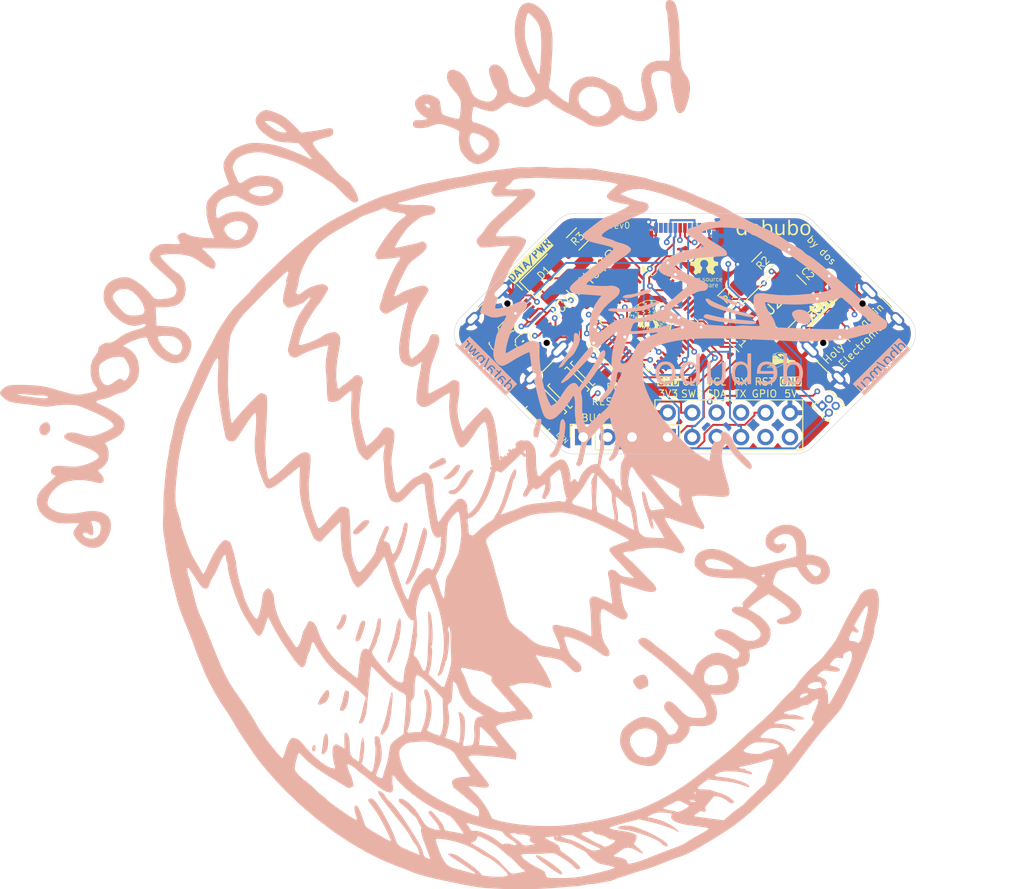
<source format=kicad_pcb>
(kicad_pcb
	(version 20240108)
	(generator "pcbnew")
	(generator_version "8.0")
	(general
		(thickness 1.6)
		(legacy_teardrops no)
	)
	(paper "A4")
	(layers
		(0 "F.Cu" signal)
		(1 "In1.Cu" signal)
		(2 "In2.Cu" signal)
		(31 "B.Cu" signal)
		(32 "B.Adhes" user "B.Adhesive")
		(33 "F.Adhes" user "F.Adhesive")
		(34 "B.Paste" user)
		(35 "F.Paste" user)
		(36 "B.SilkS" user "B.Silkscreen")
		(37 "F.SilkS" user "F.Silkscreen")
		(38 "B.Mask" user)
		(39 "F.Mask" user)
		(40 "Dwgs.User" user "User.Drawings")
		(41 "Cmts.User" user "User.Comments")
		(42 "Eco1.User" user "User.Eco1")
		(43 "Eco2.User" user "User.Eco2")
		(44 "Edge.Cuts" user)
		(45 "Margin" user)
		(46 "B.CrtYd" user "B.Courtyard")
		(47 "F.CrtYd" user "F.Courtyard")
		(48 "B.Fab" user)
		(49 "F.Fab" user)
		(50 "User.1" user)
		(51 "User.2" user)
		(52 "User.3" user)
		(53 "User.4" user)
		(54 "User.5" user)
		(55 "User.6" user)
		(56 "User.7" user)
		(57 "User.8" user)
		(58 "User.9" user)
	)
	(setup
		(stackup
			(layer "F.SilkS"
				(type "Top Silk Screen")
				(color "White")
			)
			(layer "F.Paste"
				(type "Top Solder Paste")
			)
			(layer "F.Mask"
				(type "Top Solder Mask")
				(color "Green")
				(thickness 0.01)
			)
			(layer "F.Cu"
				(type "copper")
				(thickness 0.035)
			)
			(layer "dielectric 1"
				(type "prepreg")
				(color "FR4 natural")
				(thickness 0.1)
				(material "FR4")
				(epsilon_r 4.5)
				(loss_tangent 0.02)
			)
			(layer "In1.Cu"
				(type "copper")
				(thickness 0.035)
			)
			(layer "dielectric 2"
				(type "core")
				(thickness 1.24)
				(material "FR4")
				(epsilon_r 4.5)
				(loss_tangent 0.02)
			)
			(layer "In2.Cu"
				(type "copper")
				(thickness 0.035)
			)
			(layer "dielectric 3"
				(type "prepreg")
				(thickness 0.1)
				(material "FR4")
				(epsilon_r 4.5)
				(loss_tangent 0.02)
			)
			(layer "B.Cu"
				(type "copper")
				(thickness 0.035)
			)
			(layer "B.Mask"
				(type "Bottom Solder Mask")
				(color "Green")
				(thickness 0.01)
			)
			(layer "B.Paste"
				(type "Bottom Solder Paste")
			)
			(layer "B.SilkS"
				(type "Bottom Silk Screen")
				(color "White")
			)
			(copper_finish "None")
			(dielectric_constraints no)
		)
		(pad_to_mask_clearance 0)
		(allow_soldermask_bridges_in_footprints no)
		(pcbplotparams
			(layerselection 0x00010fc_ffffffff)
			(plot_on_all_layers_selection 0x0000000_00000000)
			(disableapertmacros no)
			(usegerberextensions no)
			(usegerberattributes yes)
			(usegerberadvancedattributes yes)
			(creategerberjobfile yes)
			(dashed_line_dash_ratio 12.000000)
			(dashed_line_gap_ratio 3.000000)
			(svgprecision 4)
			(plotframeref no)
			(viasonmask no)
			(mode 1)
			(useauxorigin no)
			(hpglpennumber 1)
			(hpglpenspeed 20)
			(hpglpendiameter 15.000000)
			(pdf_front_fp_property_popups yes)
			(pdf_back_fp_property_popups yes)
			(dxfpolygonmode yes)
			(dxfimperialunits yes)
			(dxfusepcbnewfont yes)
			(psnegative no)
			(psa4output no)
			(plotreference yes)
			(plotvalue yes)
			(plotfptext yes)
			(plotinvisibletext no)
			(sketchpadsonfab no)
			(subtractmaskfromsilk no)
			(outputformat 1)
			(mirror no)
			(drillshape 1)
			(scaleselection 1)
			(outputdirectory "")
		)
	)
	(net 0 "")
	(net 1 "unconnected-(U1A-PB14-Pad26)")
	(net 2 "unconnected-(U1A-PF1-OSC_OUT-Pad9)")
	(net 3 "D+")
	(net 4 "D-")
	(net 5 "VBUS")
	(net 6 "unconnected-(U1A-PB4-Pad43)")
	(net 7 "unconnected-(U1A-PF0-OSC_IN-Pad8)")
	(net 8 "PD2_CC1")
	(net 9 "unconnected-(U1A-PB0-Pad19)")
	(net 10 "unconnected-(U1A-PB13-Pad25)")
	(net 11 "unconnected-(U1A-PC14-OSC32_IN-Pad2)")
	(net 12 "unconnected-(U1A-PC7-Pad31)")
	(net 13 "PD2_CC2")
	(net 14 "DBG_VBUS")
	(net 15 "DBG_D-")
	(net 16 "DBG_D+")
	(net 17 "Net-(J2-CC1)")
	(net 18 "Net-(J2-CC2)")
	(net 19 "SBU1")
	(net 20 "PD1_CC2")
	(net 21 "unconnected-(U1A-PB9-Pad48)")
	(net 22 "unconnected-(U1A-PA12[PA10]-Pad34)")
	(net 23 "unconnected-(U1A-PB12-Pad24)")
	(net 24 "PD1_CC1")
	(net 25 "unconnected-(U1A-PB8-Pad47)")
	(net 26 "SBU2")
	(net 27 "I2C_SCL")
	(net 28 "RESET")
	(net 29 "unconnected-(U1A-PB3-Pad42)")
	(net 30 "unconnected-(U1A-PC15-OSC32_OUT-Pad3)")
	(net 31 "SWDIO")
	(net 32 "I2C_SDA")
	(net 33 "BOOT")
	(net 34 "unconnected-(U1A-PB5-Pad44)")
	(net 35 "STM_RX")
	(net 36 "unconnected-(U1A-PB1-Pad20)")
	(net 37 "V3")
	(net 38 "STM_TX")
	(net 39 "Net-(U1B-VREF+)")
	(net 40 "Net-(D1-A)")
	(net 41 "GPIO")
	(net 42 "LED")
	(net 43 "BTN")
	(net 44 "SPI_MISO")
	(net 45 "SPI_MOSI")
	(net 46 "unconnected-(U1A-PA15-Pad37)")
	(net 47 "SPI_NSS")
	(net 48 "SPI_SCK")
	(net 49 "GND")
	(footprint "LOGO" (layer "F.Cu") (at 151.5 98.75))
	(footprint "Capacitor_SMD:C_1206_3216Metric_Pad1.33x1.80mm_HandSolder" (layer "F.Cu") (at 132.0951 89.5951 -45))
	(footprint "Button_Switch_SMD:SW_SPST_B3U-1000P" (layer "F.Cu") (at 127.05 103.95 135))
	(footprint "Connector_USB:USB_C_Receptacle_HCTL_HC-TYPE-C-16P-01A" (layer "F.Cu") (at 123.25 96.75 -45))
	(footprint "Capacitor_SMD:C_1206_3216Metric_Pad1.33x1.80mm_HandSolder" (layer "F.Cu") (at 130.3451 91.3451 135))
	(footprint "Capacitor_SMD:C_1206_3216Metric_Pad1.33x1.80mm_HandSolder" (layer "F.Cu") (at 147.25 96.75 135))
	(footprint "LOGO" (layer "F.Cu") (at 123.25 96.75 -45))
	(footprint "Capacitor_SMD:C_1206_3216Metric_Pad1.33x1.80mm_HandSolder" (layer "F.Cu") (at 154.25 89.75 135))
	(footprint "Capacitor_SMD:C_1206_3216Metric_Pad1.33x1.80mm_HandSolder" (layer "F.Cu") (at 133.75 87.8951 135))
	(footprint "Package_QFP:LQFP-48_7x7mm_P0.5mm" (layer "F.Cu") (at 137.75 94.75 -45))
	(footprint "Resistor_SMD:R_1206_3216Metric_Pad1.30x1.75mm_HandSolder" (layer "F.Cu") (at 149.596 88.654 45))
	(footprint "LOGO"
		(layer "F.Cu")
		(uuid "4785eff3-e543-4da4-b599-ea83da64dc85")
		(at 137.721624 94.35644)
		(property "Reference" "GPANG"
			(at 0 0 360)
			(layer "F.SilkS")
			(hide yes)
			(uuid "97468709-a4d4-4dba-b48b-3ea4b6fea43f")
			(effects
				(font
					(size 1.5 1.5)
					(thickness 0.3)
				)
			)
		)
		(property "Value" "LOGO"
			(at 0.75 0 360)
			(layer "F.SilkS")
			(hide yes)
			(uuid "6daeae5d-edac-4c57-9798-fda9de553c26")
			(effects
				(font
					(size 1.5 1.5)
					(thickness 0.3)
				)
			)
		)
		(property "Footprint" "LOGO"
			(at 0 0 0)
			(unlocked yes)
			(layer "F.Fab")
			(hide yes)
			(uuid "f22c43c4-e540-4514-ae0e-6121c9681813")
			(effects
				(font
					(size 1.27 1.27)
					(thickness 0.15)
				)
			)
		)
		(property "Datasheet" ""
			(at 0 0 0)
			(unlocked yes)
			(layer "F.Fab")
			(hide yes)
			(uuid "fc718c03-6242-424a-afe7-693a5f74999c")
			(effects
				(font
					(size 1.27 1.27)
					(thickness 0.15)
				)
			)
		)
		(property "Description" ""
			(at 0 0 0)
			(unlocked yes)
			(layer "F.Fab")
			(hide yes)
			(uuid "b837c190-3137-441e-b8ad-e8a1ef3dd34a")
			(effects
				(font
					(size 1.27 1.27)
					(thickness 0.15)
				)
			)
		)
		(attr board_only exclude_from_pos_files exclude_from_bom)
		(fp_poly
			(pts
				(xy 2.093733 0.587019) (xy 2.103678 0.595358) (xy 2.109433 0.604975) (xy 2.109011 0.610894) (xy 2.101548 0.616413)
				(xy 2.091148 0.612209) (xy 2.083789 0.605688) (xy 2.074338 0.593558) (xy 2.074319 0.58593) (xy 2.082928 0.583461)
			)
			(stroke
				(width 0)
				(type solid)
			)
			(fill solid)
			(layer "F.SilkS")
			(uuid "ac657206-7708-43c0-a1e8-c783de963f3a")
		)
		(fp_poly
			(pts
				(xy -1.932415 0.436049) (xy -1.925149 0.445848) (xy -1.923187 0.450927) (xy -1.917452 0.479205)
				(xy -1.921547 0.502697) (xy -1.926811 0.511926) (xy -1.936295 0.525842) (xy -1.942654 0.536292)
				(xy -1.953549 0.545756) (xy -1.969758 0.549436) (xy -1.986971 0.547105) (xy -2.000121 0.539323)
				(xy -2.009805 0.522618) (xy -2.011184 0.502562) (xy -2.005499 0.481498) (xy -1.993991 0.461765)
				(xy -1.977899 0.445707) (xy -1.958466 0.435664) (xy -1.944024 0.433465)
			)
			(stroke
				(width 0)
				(type solid)
			)
			(fill solid)
			(layer "F.SilkS")
			(uuid "1ebe9809-4fe8-4c80-ad44-ce21a3ff5c95")
		)
		(fp_poly
			(pts
				(xy 0.291162 -0.18097) (xy 0.305685 -0.178322) (xy 0.32908 -0.174645) (xy 0.354861 -0.172493) (xy 0.364242 -0.17226)
				(xy 0.383564 -0.17141) (xy 0.392622 -0.168339) (xy 0.392171 -0.162265) (xy 0.383209 -0.152623) (xy 0.367257 -0.144378)
				(xy 0.34474 -0.140389) (xy 0.319403 -0.140772) (xy 0.294995 -0.145644) (xy 0.284784 -0.149575) (xy 0.268497 -0.158373)
				(xy 0.262059 -0.16572) (xy 0.264617 -0.173162) (xy 0.269293 -0.177642) (xy 0.277661 -0.181298)
			)
			(stroke
				(width 0)
				(type solid)
			)
			(fill solid)
			(layer "F.SilkS")
			(uuid "219769a4-c93b-43b4-a94a-8eebe24ec2ae")
		)
		(fp_poly
			(pts
				(xy 1.821885 0.375303) (xy 1.845162 0.381754) (xy 1.854544 0.384657) (xy 1.878995 0.393796) (xy 1.892572 0.402369)
				(xy 1.89522 0.410274) (xy 1.886887 0.417409) (xy 1.874021 0.422022) (xy 1.859689 0.425906) (xy 1.850723 0.426988)
				(xy 1.841688 0.425099) (xy 1.828698 0.420612) (xy 1.813897 0.412722) (xy 1.801074 0.401406) (xy 1.792672 0.389451)
				(xy 1.791134 0.379644) (xy 1.791716 0.378415) (xy 1.797033 0.373819) (xy 1.806466 0.372719)
			)
			(stroke
				(width 0)
				(type solid)
			)
			(fill solid)
			(layer "F.SilkS")
			(uuid "2976cb09-dd76-4521-8f9e-39d240b55eb0")
		)
		(fp_poly
			(pts
				(xy 0.987596 -0.2862) (xy 0.993506 -0.285602) (xy 1.020791 -0.281808) (xy 1.037653 -0.276844) (xy 1.044762 -0.270205)
				(xy 1.042787 -0.261388) (xy 1.036218 -0.253508) (xy 1.029685 -0.248883) (xy 1.020052 -0.246328)
				(xy 1.005136 -0.245685) (xy 0.982751 -0.246796) (xy 0.9641 -0.248303) (xy 0.937224 -0.251982) (xy 0.921243 -0.257445)
				(xy 0.916065 -0.264782) (xy 0.9216 -0.274081) (xy 0.931031 -0.281306) (xy 0.939621 -0.285765) (xy 0.949999 -0.287935)
				(xy 0.965035 -0.288014)
			)
			(stroke
				(width 0)
				(type solid)
			)
			(fill solid)
			(layer "F.SilkS")
			(uuid "a1f3aeea-364e-44a6-9f33-acc2d70590f8")
		)
		(fp_poly
			(pts
				(xy 1.433889 0.081229) (xy 1.437538 0.084741) (xy 1.446012 0.09153) (xy 1.461055 0.098914) (xy 1.47839 0.105067)
				(xy 1.491993 0.107996) (xy 1.501064 0.113136) (xy 1.503106 0.122709) (xy 1.500918 0.132624) (xy 1.492209 0.136835)
				(xy 1.486436 0.137543) (xy 1.471083 0.136057) (xy 1.452373 0.130656) (xy 1.445713 0.127894) (xy 1.425516 0.116454)
				(xy 1.411517 0.104182) (xy 1.405188 0.092721) (xy 1.407025 0.084741) (xy 1.417199 0.078697) (xy 1.422937 0.077795)
			)
			(stroke
				(width 0)
				(type solid)
			)
			(fill solid)
			(layer "F.SilkS")
			(uuid "6b006c0c-942b-4a76-8d3f-47ad988798a7")
		)
		(fp_poly
			(pts
				(xy 1.98597 0.578947) (xy 1.999716 0.586146) (xy 2.015612 0.598914) (xy 2.018323 0.60152) (xy 2.035036 0.617572)
				(xy 2.051841 0.633055) (xy 2.060257 0.640461) (xy 2.073606 0.653431) (xy 2.077198 0.661703) (xy 2.071022 0.665921)
				(xy 2.059784 0.666812) (xy 2.042286 0.663123) (xy 2.023211 0.65116) (xy 2.018502 0.647268) (xy 2.001906 0.631055)
				(xy 1.987336 0.613288) (xy 1.976889 0.596854) (xy 1.972664 0.584638) (xy 1.972653 0.584194) (xy 1.976305 0.578052)
			)
			(stroke
				(width 0)
				(type solid)
			)
			(fill solid)
			(layer "F.SilkS")
			(uuid "30d1cda9-4e39-43c1-8c94-f16a6dbcccdc")
		)
		(fp_poly
			(pts
				(xy 1.360202 0.18516) (xy 1.378611 0.193839) (xy 1.392034 0.202524) (xy 1.41137 0.215377) (xy 1.430826 0.227522)
				(xy 1.440593 0.233199) (xy 1.455701 0.244315) (xy 1.461418 0.255232) (xy 1.461431 0.255724) (xy 1.457244 0.264409)
				(xy 1.446039 0.26658) (xy 1.429843 0.262176) (xy 1.419668 0.257) (xy 1.395418 0.24271) (xy 1.378606 0.232563)
				(xy 1.367037 0.22516) (xy 1.358518 0.2191) (xy 1.351383 0.213422) (xy 1.341313 0.201336) (xy 1.340855 0.192584)
				(xy 1.347848 0.184787)
			)
			(stroke
				(width 0)
				(type solid)
			)
			(fill solid)
			(layer "F.SilkS")
			(uuid "c0b9abc3-53e5-4895-a3cd-2521847c850b")
		)
		(fp_poly
			(pts
				(xy 0.413586 -0.283612) (xy 0.414676 -0.282817) (xy 0.421077 -0.27524) (xy 0.419885 -0.268359) (xy 0.410173 -0.261336)
				(xy 0.39101 -0.253331) (xy 0.376471 -0.248327) (xy 0.351583 -0.240272) (xy 0.334994 -0.235608) (xy 0.324499 -0.234101)
				(xy 0.317891 -0.23552) (xy 0.312963 -0.23963) (xy 0.311401 -0.241453) (xy 0.306511 -0.254333) (xy 0.310187 -0.266879)
				(xy 0.316736 -0.272492) (xy 0.326101 -0.275344) (xy 0.342994 -0.278954) (xy 0.363929 -0.282587)
				(xy 0.366055 -0.282914) (xy 0.389798 -0.285914) (xy 0.404926 -0.286148)
			)
			(stroke
				(width 0)
				(type solid)
			)
			(fill solid)
			(layer "F.SilkS")
			(uuid "ce4f3cb3-bef1-4aea-9e48-3a9138344b38")
		)
		(fp_poly
			(pts
				(xy 1.465457 2.002335) (xy 1.466299 2.012863) (xy 1.463751 2.032398) (xy 1.457782 2.061456) (xy 1.448391 2.10045)
				(xy 1.439302 2.135626) (xy 1.432071 2.161223) (xy 1.426245 2.178531) (xy 1.421372 2.188842) (xy 1.416998 2.193446)
				(xy 1.415587 2.193934) (xy 1.409002 2.192961) (xy 1.406238 2.185056) (xy 1.405863 2.175565) (xy 1.407516 2.157252)
				(xy 1.411981 2.132822) (xy 1.418517 2.104896) (xy 1.426384 2.076095) (xy 1.43484 2.049041) (xy 1.443145 2.026356)
				(xy 1.450557 2.010661) (xy 1.453717 2.006232) (xy 1.461253 2.000297)
			)
			(stroke
				(width 0)
				(type solid)
			)
			(fill solid)
			(layer "F.SilkS")
			(uuid "75941cb2-c3a2-4af2-b84f-9d45d51ae054")
		)
		(fp_poly
			(pts
				(xy -1.646773 0.06286) (xy -1.647219 0.069096) (xy -1.651096 0.082747) (xy -1.657409 0.101035) (xy -1.665165 0.12118)
				(xy -1.673369 0.140405) (xy -1.678071 0.1503) (xy -1.690145 0.170935) (xy -1.703588 0.188594) (xy -1.716348 0.200931)
				(xy -1.726375 0.2056) (xy -1.726417 0.2056) (xy -1.733136 0.203819) (xy -1.733713 0.202686) (xy -1.730957 0.196903)
				(xy -1.723687 0.184336) (xy -1.713393 0.167553) (xy -1.711899 0.165178) (xy -1.698673 0.142274)
				(xy -1.686187 0.11746) (xy -1.678352 0.099148) (xy -1.669389 0.079714) (xy -1.659885 0.066528) (xy -1.651271 0.061234)
			)
			(stroke
				(width 0)
				(type solid)
			)
			(fill solid)
			(layer "F.SilkS")
			(uuid "9e7d9363-affc-47c0-b36b-875cde412a35")
		)
		(fp_poly
			(pts
				(xy 1.723499 0.456051) (xy 1.739203 0.467998) (xy 1.743829 0.471833) (xy 1.762782 0.486328) (xy 1.782952 0.499741)
				(xy 1.793448 0.505734) (xy 1.809096 0.514494) (xy 1.815802 0.520953) (xy 1.814859 0.527138) (xy 1.810396 0.532338)
				(xy 1.804117 0.537064) (xy 1.796134 0.53802) (xy 1.782841 0.535264) (xy 1.774381 0.532889) (xy 1.761489 0.526592)
				(xy 1.744364 0.514893) (xy 1.726611 0.500266) (xy 1.725829 0.499555) (xy 1.709979 0.484461) (xy 1.701436 0.474265)
				(xy 1.698853 0.466892) (xy 1.700636 0.460717) (xy 1.706278 0.452942) (xy 1.713212 0.451209)
			)
			(stroke
				(width 0)
				(type solid)
			)
			(fill solid)
			(layer "F.SilkS")
			(uuid "ab5a3f2e-d8c6-4a58-93da-27bef9253d04")
		)
		(fp_poly
			(pts
				(xy -0.282151 -0.070954) (xy -0.269412 -0.062244) (xy -0.254826 -0.052441) (xy -0.243916 -0.045979)
				(xy -0.240111 -0.044454) (xy -0.231681 -0.040297) (xy -0.220931 -0.030318) (xy -0.211208 -0.018253)
				(xy -0.205861 -0.00784) (xy -0.205601 -0.005927) (xy -0.209338 0.002826) (xy -0.217344 0.009681)
				(xy -0.224115 0.010705) (xy -0.228743 0.007533) (xy -0.239967 -0.000382) (xy -0.255126 -0.011162)
				(xy -0.273362 -0.024805) (xy -0.289987 -0.038304) (xy -0.299417 -0.046837) (xy -0.308417 -0.056701)
				(xy -0.310015 -0.062999) (xy -0.304999 -0.069681) (xy -0.304142 -0.070543) (xy -0.298052 -0.075501)
				(xy -0.291743 -0.075882)
			)
			(stroke
				(width 0)
				(type solid)
			)
			(fill solid)
			(layer "F.SilkS")
			(uuid "2064a8c6-da98-440b-82ba-6b895f9443d5")
		)
		(fp_poly
			(pts
				(xy 1.502965 0.647207) (xy 1.51445 0.655298) (xy 1.533024 0.669195) (xy 1.559134 0.689234) (xy 1.593224 0.715752)
				(xy 1.613008 0.731236) (xy 1.633292 0.745746) (xy 1.658081 0.761536) (xy 1.680923 0.774594) (xy 1.699194 0.78506)
				(xy 1.712858 0.794381) (xy 1.719527 0.800884) (xy 1.71982 0.801857) (xy 1.715135 0.807802) (xy 1.702904 0.809675)
				(xy 1.685868 0.807614) (xy 1.666767 0.801756) (xy 1.660132 0.79885) (xy 1.637266 0.785403) (xy 1.609897 0.764578)
				(xy 1.5774 0.73585) (xy 1.539147 0.698695) (xy 1.532732 0.692218) (xy 1.512594 0.671228) (xy 1.500216 0.656836)
				(xy 1.495038 0.648272) (xy 1.4965 0.644766) (xy 1.498122 0.644585)
			)
			(stroke
				(width 0)
				(type solid)
			)
			(fill solid)
			(layer "F.SilkS")
			(uuid "8c4e9124-530b-4685-a3a7-5ca136c6afa3")
		)
		(fp_poly
			(pts
				(xy -0.394818 0.026768) (xy -0.378783 0.039138) (xy -0.367441 0.050654) (xy -0.343563 0.074357)
				(xy -0.317013 0.096232) (xy -0.289697 0.115134) (xy -0.26352 0.129913) (xy -0.240386 0.139424) (xy -0.2222 0.142518)
				(xy -0.216446 0.141612) (xy -0.207342 0.142927) (xy -0.202548 0.150711) (xy -0.203924 0.160593)
				(xy -0.206786 0.164315) (xy -0.224012 0.173494) (xy -0.24403 0.173072) (xy -0.250055 0.170978) (xy -0.263018 0.165368)
				(xy -0.281211 0.157457) (xy -0.29323 0.152216) (xy -0.310503 0.142602) (xy -0.331629 0.127821) (xy -0.354228 0.109912)
				(xy -0.375919 0.09091) (xy -0.394321 0.072852) (xy -0.407055 0.057775) (xy -0.410668 0.051741) (xy -0.416283 0.034388)
				(xy -0.414735 0.024422) (xy -0.407191 0.021872)
			)
			(stroke
				(width 0)
				(type solid)
			)
			(fill solid)
			(layer "F.SilkS")
			(uuid "fec170a4-69cc-467a-8e5e-3f1a230f8936")
		)
		(fp_poly
			(pts
				(xy 0.265586 -0.103844) (xy 0.29326 -0.096543) (xy 0.313957 -0.088909) (xy 0.34638 -0.077656) (xy 0.371124 -0.07296)
				(xy 0.389405 -0.074712) (xy 0.400832 -0.081247) (xy 0.4117 -0.086687) (xy 0.422103 -0.085908) (xy 0.427707 -0.079476)
				(xy 0.427871 -0.077717) (xy 0.424252 -0.070049) (xy 0.41542 -0.059305) (xy 0.414232 -0.058094) (xy 0.403453 -0.050048)
				(xy 0.389706 -0.045864) (xy 0.370733 -0.045332) (xy 0.344281 -0.048245) (xy 0.330797 -0.050379)
				(xy 0.312194 -0.054198) (xy 0.296683 -0.058589) (xy 0.2919 -0.060495) (xy 0.280424 -0.064974) (xy 0.26271 -0.070736)
				(xy 0.248665 -0.074828) (xy 0.228386 -0.081441) (xy 0.21862 -0.087481) (xy 0.218832 -0.093579) (xy 0.227462 -0.099827)
				(xy 0.244201 -0.104869)
			)
			(stroke
				(width 0)
				(type solid)
			)
			(fill solid)
			(layer "F.SilkS")
			(uuid "aa57f71c-03df-4b13-9366-b692924adf74")
		)
		(fp_poly
			(pts
				(xy 0.688605 -0.011353) (xy 0.701975 -0.003788) (xy 0.721271 0.008305) (xy 0.744938 0.023957) (xy 0.767458 0.039424)
				(xy 0.826809 0.080025) (xy 0.878204 0.113407) (xy 0.921964 0.139766) (xy 0.958407 0.159302) (xy 0.968927 0.164305)
				(xy 0.987478 0.174007) (xy 0.996063 0.181753) (xy 0.996564 0.18643) (xy 0.988945 0.192856) (xy 0.973157 0.19307)
				(xy 0.948848 0.187033) (xy 0.924315 0.178183) (xy 0.907592 0.170196) (xy 0.883899 0.156993) (xy 0.855265 0.139887)
				(xy 0.823714 0.120187) (xy 0.791275 0.099205) (xy 0.759973 0.078252) (xy 0.731836 0.058637) (xy 0.70889 0.041673)
				(xy 0.693207 0.028711) (xy 0.682906 0.015382) (xy 0.678041 0.001283) (xy 0.679499 -0.010023) (xy 0.682717 -0.013419)
			)
			(stroke
				(width 0)
				(type solid)
			)
			(fill solid)
			(layer "F.SilkS")
			(uuid "8db06e1b-b52d-4d45-93b6-869ea0c98fa3")
		)
		(fp_poly
			(pts
				(xy 1.174462 0.325643) (xy 1.189649 0.334338) (xy 1.206815 0.346341) (xy 1.222795 0.359614) (xy 1.223649 0.360408)
				(xy 1.241211 0.375015) (xy 1.267123 0.393982) (xy 1.299981 0.416348) (xy 1.338381 0.441148) (xy 1.369781 0.46065)
				(xy 1.388205 0.473468) (xy 1.397243 0.483444) (xy 1.396588 0.49006) (xy 1.388732 0.492601) (xy 1.380305 0.490502)
				(xy 1.365211 0.484199) (xy 1.34645 0.474968) (xy 1.343023 0.473152) (xy 1.319133 0.460353) (xy 1.293981 0.446883)
				(xy 1.274581 0.436499) (xy 1.256804 0.425398) (xy 1.237379 0.410686) (xy 1.217639 0.393743) (xy 1.198918 0.375952)
				(xy 1.182547 0.358694) (xy 1.169859 0.343349) (xy 1.162187 0.331301) (xy 1.160864 0.32393) (xy 1.164419 0.322293)
			)
			(stroke
				(width 0)
				(type solid)
			)
			(fill solid)
			(layer "F.SilkS")
			(uuid "2a39b8c1-5611-4ea6-845e-23816d860d9a")
		)
		(fp_poly
			(pts
				(xy -0.827971 -0.209095) (xy -0.813612 -0.207488) (xy -0.792779 -0.20421) (xy -0.764276 -0.199139)
				(xy -0.726905 -0.192155) (xy -0.694597 -0.186018) (xy -0.661235 -0.17971) (xy -0.629973 -0.173885)
				(xy -0.603147 -0.168972) (xy -0.583096 -0.1654) (xy -0.573737 -0.163832) (xy -0.557549 -0.159956)
				(xy -0.550571 -0.155243) (xy -0.553519 -0.150501) (xy -0.559845 -0.148114) (xy -0.597189 -0.142649)
				(xy -0.639029 -0.144932) (xy -0.657216 -0.147259) (xy -0.682781 -0.150142) (xy -0.712031 -0.153178)
				(xy -0.735631 -0.15545) (xy -0.762647 -0.158354) (xy -0.786464 -0.16166) (xy -0.804391 -0.164948)
				(xy -0.813426 -0.167622) (xy -0.833021 -0.180726) (xy -0.843328 -0.194579) (xy -0.844629 -0.201246)
				(xy -0.844187 -0.205107) (xy -0.842061 -0.207783) (xy -0.837055 -0.209153)
			)
			(stroke
				(width 0)
				(type solid)
			)
			(fill solid)
			(layer "F.SilkS")
			(uuid "7846a38d-13d3-45fb-b3b8-ac7eea47cadf")
		)
		(fp_poly
			(pts
				(xy -1.572707 0.027122) (xy -1.570004 0.03947) (xy -1.569862 0.055766) (xy -1.572529 0.072099) (xy -1.578621 0.086904)
				(xy -1.590379 0.108737) (xy -1.60667 0.135838) (xy -1.626363 0.166442) (xy -1.648325 0.198788) (xy -1.671424 0.231112)
				(xy -1.693067 0.259779) (xy -1.71196 0.283295) (xy -1.725372 0.298073) (xy -1.733949 0.304646) (xy -1.738337 0.303548)
				(xy -1.739269 0.297894) (xy -1.736202 0.289467) (xy -1.72826 0.275608) (xy -1.719869 0.263164) (xy -1.696231 0.230008)
				(xy -1.677712 0.203286) (xy -1.662753 0.180553) (xy -1.64979 0.159362) (xy -1.637263 0.137269) (xy -1.62535 0.11512)
				(xy -1.613257 0.091375) (xy -1.603425 0.070364) (xy -1.596921 0.054484) (xy -1.594793 0.046475)
				(xy -1.591477 0.034326) (xy -1.583837 0.024764) (xy -1.577614 0.022227)
			)
			(stroke
				(width 0)
				(type solid)
			)
			(fill solid)
			(layer "F.SilkS")
			(uuid "30de9b28-1281-4ef3-b6e0-8562456619fa")
		)
		(fp_poly
			(pts
				(xy -1.189611 -0.319266) (xy -1.188677 -0.318487) (xy -1.189128 -0.312144) (xy -1.196811 -0.302514)
				(xy -1.209254 -0.291725) (xy -1.223985 -0.281907) (xy -1.238533 -0.275191) (xy -1.23916 -0.27499)
				(xy -1.252771 -0.269223) (xy -1.26941 -0.260248) (xy -1.27378 -0.257578) (xy -1.28833 -0.249498)
				(xy -1.299993 -0.2449) (xy -1.302625 -0.244498) (xy -1.311854 -0.241577) (xy -1.313766 -0.239605)
				(xy -1.322097 -0.234348) (xy -1.335431 -0.231615) (xy -1.347767 -0.232383) (xy -1.350648 -0.233603)
				(xy -1.35435 -0.240964) (xy -1.353275 -0.244173) (xy -1.345818 -0.250142) (xy -1.331071 -0.258206)
				(xy -1.312263 -0.266877) (xy -1.292623 -0.274667) (xy -1.275381 -0.280088) (xy -1.275279 -0.280113)
				(xy -1.258987 -0.286437) (xy -1.24252 -0.296024) (xy -1.241938 -0.296444) (xy -1.217804 -0.312341)
				(xy -1.200273 -0.319985)
			)
			(stroke
				(width 0)
				(type solid)
			)
			(fill solid)
			(layer "F.SilkS")
			(uuid "e3156611-c05e-4ac7-b329-8a1839c879ca")
		)
		(fp_poly
			(pts
				(xy -1.067143 -0.312935) (xy -1.0669 -0.310476) (xy -1.070969 -0.303113) (xy -1.081936 -0.290616)
				(xy -1.097943 -0.274693) (xy -1.117132 -0.257051) (xy -1.137644 -0.239399) (xy -1.157621 -0.223445)
				(xy -1.175204 -0.210898) (xy -1.175257 -0.210864) (xy -1.192876 -0.199202) (xy -1.207348 -0.189279)
				(xy -1.21561 -0.183196) (xy -1.21572 -0.183103) (xy -1.229129 -0.174514) (xy -1.248076 -0.165941)
				(xy -1.270278 -0.15798) (xy -1.293455 -0.151228) (xy -1.315325 -0.146281) (xy -1.333607 -0.143737)
				(xy -1.346019 -0.14419) (xy -1.350296 -0.14791) (xy -1.345445 -0.151808) (xy -1.332258 -0.158674)
				(xy -1.312784 -0.167518) (xy -1.290531 -0.176772) (xy -1.227823 -0.205464) (xy -1.174177 -0.238052)
				(xy -1.127911 -0.275587) (xy -1.11954 -0.283637) (xy -1.099388 -0.301926) (xy -1.083318 -0.313221)
				(xy -1.072261 -0.317049)
			)
			(stroke
				(width 0)
				(type solid)
			)
			(fill solid)
			(layer "F.SilkS")
			(uuid "10b1cf3e-69a6-4d0a-bd43-e0bd2cf87a8a")
		)
		(fp_poly
			(pts
				(xy 0.961002 2.19818) (xy 0.959021 2.207045) (xy 0.949464 2.220169) (xy 0.941332 2.228564) (xy 0.924047 2.247471)
				(xy 0.904913 2.272271) (xy 0.88511 2.300977) (xy 0.865817 2.331602) (xy 0.848211 2.362159) (xy 0.833472 2.39066)
				(xy 0.822778 2.415117) (xy 0.817309 2.433543) (xy 0.816845 2.438459) (xy 0.815084 2.453361) (xy 0.810737 2.468471)
				(xy 0.805207 2.479914) (xy 0.800394 2.483876) (xy 0.793765 2.480467) (xy 0.790943 2.477978) (xy 0.788761 2.468634)
				(xy 0.791312 2.451295) (xy 0.7979 2.427665) (xy 0.807831 2.399449) (xy 0.820408 2.368349) (xy 0.834938 2.33607)
				(xy 0.850724 2.304315) (xy 0.867073 2.274788) (xy 0.883288 2.249193) (xy 0.885681 2.245776) (xy 0.899308 2.230148)
				(xy 0.916564 2.215089) (xy 0.934338 2.202883) (xy 0.949521 2.195819) (xy 0.954863 2.194924)
			)
			(stroke
				(width 0)
				(type solid)
			)
			(fill solid)
			(layer "F.SilkS")
			(uuid "01551c69-6e29-4c37-a8cb-88ed8f939d3b")
		)
		(fp_poly
			(pts
				(xy -1.495502 0.100126) (xy -1.494772 0.103484) (xy -1.498673 0.115409) (xy -1.509684 0.133577)
				(xy -1.526761 0.156679) (xy -1.548862 0.183402) (xy -1.574944 0.212437) (xy -1.603965 0.242472)
				(xy -1.610261 0.24871) (xy -1.6422 0.279829) (xy -1.667385 0.303622) (xy -1.686722 0.320818) (xy -1.701118 0.332142)
				(xy -1.711479 0.338322) (xy -1.71871 0.340085) (xy -1.722681 0.338913) (xy -1.724723 0.337076) (xy -1.72499 0.334284)
				(xy -1.722709 0.329656) (xy -1.717105 0.322316) (xy -1.707403 0.311384) (xy -1.69283 0.295982) (xy -1.672611 0.275232)
				(xy -1.645972 0.248254) (xy -1.617425 0.219492) (xy -1.597086 0.197609) (xy -1.575244 0.171918)
				(xy -1.556534 0.147876) (xy -1.556081 0.147254) (xy -1.542555 0.128703) (xy -1.531078 0.113133)
				(xy -1.523549 0.103115) (xy -1.522211 0.101411) (xy -1.512855 0.095432) (xy -1.502407 0.095121)
			)
			(stroke
				(width 0)
				(type solid)
			)
			(fill solid)
			(layer "F.SilkS")
			(uuid "696d98d2-0c7a-4ea1-8161-0b6e94a12a6c")
		)
		(fp_poly
			(pts
				(xy -0.800957 -0.329451) (xy -0.790147 -0.317255) (xy -0.783158 -0.308956) (xy -0.776097 -0.302233)
				(xy -0.767288 -0.296312) (xy -0.755058 -0.29042) (xy -0.737732 -0.283782) (xy -0.713638 -0.275624)
				(xy -0.6811 -0.265174) (xy -0.669591 -0.261523) (xy -0.64043 -0.252305) (xy -0.620375 -0.245894)
				(xy -0.607969 -0.241641) (xy -0.601756 -0.2389) (xy -0.600278 -0.237021) (xy -0.602079 -0.235357)
				(xy -0.605702 -0.23326) (xy -0.605844 -0.233171) (xy -0.619146 -0.228769) (xy -0.637705 -0.230093)
				(xy -0.658581 -0.235569) (xy -0.678465 -0.239611) (xy -0.698322 -0.240457) (xy -0.701059 -0.240215)
				(xy -0.713818 -0.239912) (xy -0.727989 -0.242481) (xy -0.745834 -0.248646) (xy -0.769619 -0.259136)
				(xy -0.788944 -0.268426) (xy -0.811628 -0.283447) (xy -0.824373 -0.301065) (xy -0.826656 -0.320492)
				(xy -0.825929 -0.324067) (xy -0.820586 -0.335759) (xy -0.812468 -0.337593)
			)
			(stroke
				(width 0)
				(type solid)
			)
			(fill solid)
			(layer "F.SilkS")
			(uuid "e7bbed64-ffca-404b-a0cf-49fd67e1685b")
		)
		(fp_poly
			(pts
				(xy 0.187374 -1.866634) (xy 0.225124 -1.865443) (xy 0.266749 -1.8636) (xy 0.310744 -1.861217) (xy 0.355604 -1.858406)
				(xy 0.399821 -1.855279) (xy 0.44189 -1.85195) (xy 0.480305 -1.84853) (xy 0.51356 -1.845131) (xy 0.540148 -1.841866)
				(xy 0.558564 -1.838848) (xy 0.567103 -1.83632) (xy 0.573597 -1.835176) (xy 0.589074 -1.833486) (xy 0.611428 -1.831452)
				(xy 0.638552 -1.829276) (xy 0.647833 -1.828587) (xy 0.685621 -1.825287) (xy 0.717737 -1.820965)
				(xy 0.748785 -1.814782) (xy 0.783368 -1.805899) (xy 0.802953 -1.80032) (xy 0.833475 -1.791062) (xy 0.862675 -1.781536)
				(xy 0.88766 -1.772729) (xy 0.905537 -1.76563) (xy 0.908532 -1.76425) (xy 0.924119 -1.757266) (xy 0.947262 -1.747589)
				(xy 0.975094 -1.736387) (xy 1.00475 -1.72483) (xy 1.011332 -1.722319) (xy 1.078644 -1.695375) (xy 1.140656 -1.667415)
				(xy 1.203073 -1.635848) (xy 1.211376 -1.631418) (xy 1.246246 -1.613437) (xy 1.282021 -1.596245)
				(xy 1.315299 -1.581416) (xy 1.342679 -1.570522) (xy 1.344553 -1.569853) (xy 1.369242 -1.559054)
				(xy 1.3992 -1.542756) (xy 1.431387 -1.522835) (xy 1.462759 -1.501171) (xy 1.489214 -1.480538) (xy 1.50819 -1.465073)
				(xy 1.526076 -1.451349) (xy 1.539604 -1.441852) (xy 1.541783 -1.440511) (xy 1.554201 -1.431884)
				(xy 1.571054 -1.418469) (xy 1.588729 -1.403144) (xy 1.589016 -1.402883) (xy 1.608676 -1.385421)
				(xy 1.629361 -1.36769) (xy 1.644804 -1.354974) (xy 1.659428 -1.342432) (xy 1.679459 -1.324019) (xy 1.703268 -1.301357)
				(xy 1.729226 -1.276069) (xy 1.755702 -1.249777) (xy 1.781067 -1.224105) (xy 1.803692 -1.200676)
				(xy 1.821946 -1.181111) (xy 1.8342 -1.167034) (xy 1.836447 -1.164144) (xy 1.847252 -1.15067) (xy 1.8633 -1.132018)
				(xy 1.882125 -1.111014) (xy 1.895407 -1.096665) (xy 1.914762 -1.074785) (xy 1.932796 -1.052147)
				(xy 1.947028 -1.031977) (xy 1.9531 -1.021649) (xy 1.965571 -0.99901) (xy 1.980211 -0.974906) (xy 1.987324 -0.9641)
				(xy 2.000058 -0.944061) (xy 2.01416 -0.919689) (xy 2.02497 -0.899375) (xy 2.037266 -0.876358) (xy 2.05082 -0.853078)
				(xy 2.06141 -0.836514) (xy 2.07324 -0.817388) (xy 2.086165 -0.79357) (xy 2.0959 -0.773433) (xy 2.104999 -0.753627)
				(xy 2.117395 -0.727324) (xy 2.131444 -0.69798) (xy 2.145239 -0.669591) (xy 2.164225 -0.627315) (xy 2.183413 -0.57814)
				(xy 2.201241 -0.526143) (xy 2.205902 -0.511223) (xy 2.217046 -0.47567) (xy 2.229102 -0.438822) (xy 2.240912 -0.404114)
				(xy 2.251319 -0.374984) (xy 2.255486 -0.363969) (xy 2.265771 -0.336612) (xy 2.275591 -0.308928)
				(xy 2.283493 -0.28508) (xy 2.286509 -0.27506) (xy 2.293492 -0.251624) (xy 2.302158 -0.224273) (xy 2.309311 -0.202822)
				(xy 2.317045 -0.176892) (xy 2.325489 -0.142829) (xy 2.334076 -0.103542) (xy 2.342237 -0.061938)
				(xy 2.349406 -0.020926) (xy 2.355013 0.016586) (xy 2.358493 0.047692) (xy 2.358677 0.050011) (xy 2.361489 0.077769)
				(xy 2.36585 0.110633) (xy 2.370971 0.142845) (xy 2.37278 0.152811) (xy 2.377946 0.183286) (xy 2.383137 0.219208)
				(xy 2.387572 0.254938) (xy 2.389386 0.272282) (xy 2.392476 0.30355) (xy 2.395873 0.336181) (xy 2.399078 0.365456)
				(xy 2.400784 0.380133) (xy 2.403696 0.414604) (xy 2.405369 0.457672) (xy 2.405826 0.506892) (xy 2.405092 0.559818)
				(xy 2.403188 0.614007) (xy 2.40014 0.667012) (xy 2.397758 0.697375) (xy 2.38265 0.827937) (xy 2.36058 0.955895)
				(xy 2.331912 1.079982) (xy 2.297012 1.19893) (xy 2.256246 1.31147) (xy 2.20998 1.416334) (xy 2.167049 1.497707)
				(xy 2.15236 1.523619) (xy 2.139149 1.547444) (xy 2.128693 1.56684) (xy 2.122272 1.579466) (xy 2.121547 1.581058)
				(xy 2.114077 1.595017) (xy 2.101298 1.61559) (xy 2.084689 1.640592) (xy 2.065724 1.667836) (xy 2.045883 1.695135)
				(xy 2.032938 1.712233) (xy 1.991344 1.765887) (xy 1.955586 1.811457) (xy 1.924932 1.849828) (xy 1.898652 1.881881)
				(xy 1.876014 1.9085) (xy 1.856286 1.930567) (xy 1.838737 1.948965) (xy 1.828177 1.959351) (xy 1.751173 2.030605)
				(xy 1.67177 2.099455) (xy 1.592344 2.163941) (xy 1.515273 2.222105) (xy 1.475322 2.250296) (xy 1.450577 2.267458)
				(xy 1.42836 2.28318) (xy 1.410666 2.296028) (xy 1.399492 2.304564) (xy 1.397528 2.306235) (xy 1.386779 2.314147)
				(xy 1.370002 2.324515) (xy 1.353838 2.333481) (xy 1.333551 2.345012) (xy 1.314586 2.357254) (xy 1.303827 2.365317)
				(xy 1.28747 2.376925) (xy 1.26765 2.388131) (xy 1.261387 2.391086) (xy 1.243328 2.399997) (xy 1.227438 2.409382)
				(xy 1.223003 2.412534) (xy 1.210095 2.419929) (xy 1.191394 2.427677) (xy 1.178549 2.431857) (xy 1.160697 2.437405)
				(xy 1.147073 2.442424) (xy 1.141916 2.445005) (xy 1.134257 2.448834) (xy 1.119148 2.45504) (xy 1.099646 2.462377)
				(xy 1.096629 2.463463) (xy 1.072079 2.47291) (xy 1.043138 2.485018) (xy 1.015346 2.497454) (xy 1.010499 2.499735)
				(xy 0.985575 2.510594) (xy 0.954373 2.522755) (xy 0.921328 2.534546) (xy 0.897418 2.542322) (xy 0.868344 2.551568)
				(xy 0.839924 2.561115) (xy 0.815614 2.569773) (xy 0.800175 2.575794) (xy 0.775468 2.585436) (xy 0.748639 2.59413)
				(xy 0.718091 2.60224) (xy 0.682227 2.610132) (xy 0.639449 2.61817) (xy 0.588161 2.626717) (xy 0.552899 2.632202)
				(xy 0.46896 2.643625) (xy 0.393258 2.650914) (xy 0.323757 2.65418) (xy 0.258423 2.65353) (xy 0.211157 2.650558)
				(xy 0.187363 2.648735) (xy 0.156282 2.646656) (xy 0.121728 2.644562) (xy 0.087517 2.642694) (xy 0.083351 2.642483)
				(xy 0.052025 2.640526) (xy 0.021544 2.637696) (xy -0.009749 2.633701) (xy -0.043511 2.628248) (xy -0.081401 2.621044)
				(xy -0.125074 2.611799) (xy -0.176189 2.600218) (xy -0.235146 2.586311) (xy -0.325638 2.566173)
				(xy -0.415558 2.549351) (xy -0.510493 2.53481) (xy -0.518599 2.533696) (xy -0.556551 2.527464) (xy -0.588353 2.519494)
				(xy -0.618963 2.508428) (xy -0.632916 2.502415) (xy -0.651401 2.494326) (xy -0.676384 2.483637)
				(xy -0.704077 2.471961) (xy -0.72238 2.464339) (xy -0.750631 2.452184) (xy -0.779473 2.439001) (xy -0.804739 2.426731)
				(xy -0.816846 2.420396) (xy -0.838654 2.408641) (xy -0.8657 2.394342) (xy -0.893301 2.379967) (xy -0.902975 2.374991)
				(xy -0.948631 2.350923) (xy -0.987095 2.32922) (xy -1.017604 2.310356) (xy -1.039393 2.294802) (xy -1.050369 2.284305)
				(xy -0.857139 2.284305) (xy -0.856756 2.294328) (xy -0.848674 2.308559) (xy -0.840584 2.318331)
				(xy -0.829058 2.327871) (xy -0.812247 2.338375) (xy -0.7883 2.35104) (xy -0.766143 2.361907) (xy -0.743122 2.372529)
				(xy -0.715193 2.384708) (xy -0.684259 2.397693) (xy -0.652225 2.410731) (xy -0.620995 2.423067)
				(xy -0.592472 2.43395) (xy -0.568563 2.442626) (xy -0.551169 2.448342) (xy -0.542494 2.450343) (xy -0.540992 2.447164)
				(xy -0.543126 2.44359) (xy -0.56249 2.418607) (xy -0.575605 2.400335) (xy -0.583452 2.387041) (xy -0.584473 2.384155)
				(xy -0.511223 2.384155) (xy -0.506653 2.390338) (xy -0.494711 2.399636) (xy -0.478051 2.410369)
				(xy -0.459327 2.420855) (xy -0.441191 2.429414) (xy -0.437406 2.430925) (xy -0.414701 2.441922)
				(xy -0.400437 2.45393) (xy -0.395707 2.465903) (xy -0.396542 2.469988) (xy -0.397827 2.474595) (xy -0.396548 2.478172)
				(xy -0.391109 2.481274) (xy -0.379918 2.484456) (xy -0.361379 2.488271) (xy -0.333898 2.493274)
				(xy -0.325055 2.494844) (xy -0.294185 2.500608) (xy -0.261655 2.507158) (xy -0.232413 2.51348) (xy -0.219493 2.516499)
				(xy -0.196051 2.521727) (xy -0.174464 2.525716) (xy -0.158795 2.527729) (xy -0.156851 2.527826)
				(xy -0.144808 2.527631) (xy -0.141921 2.524572) (xy -0.146249 2.516378) (xy -0.146598 2.515828)
				(xy -0.15379 2.498814) (xy -0.155595 2.489906) (xy -0.05279 2.489906) (xy -0.048385 2.496768) (xy -0.037237 2.50664)
				(xy -0.022448 2.517374) (xy -0.007116 2.526819) (xy 0.005658 2.532826) (xy 0.010643 2.533887) (xy 0.019119 2.536878)
				(xy 0.033334 2.544679) (xy 0.048557 2.554495) (xy 0.078478 2.575103) (xy 0.168046 2.579575) (xy 0.198469 2.581276)
				(xy 0.224863 2.583095) (xy 0.245287 2.584871) (xy 0.257804 2.586444) (xy 0.26078 2.587279) (xy 0.267557 2.588351)
				(xy 0.281948 2.58786) (xy 0.297287 2.586324) (xy 0.319575 2.584429) (xy 0.347351 2.583324) (xy 0.375003 2.583221)
				(xy 0.37786 2.583281) (xy 0.425093 2.584425) (xy 0.446667 2.561068) (xy 0.531278 2.561068) (xy 0.532266 2.563546)
				(xy 0.537236 2.564466) (xy 0.547559 2.563726) (xy 0.564606 2.56122) (xy 0.589745 2.556846) (xy 0.624348 2.550501)
				(xy 0.626808 2.550045) (xy 0.652242 2.545579) (xy 0.674897 2.542042) (xy 0.691718 2.539888) (xy 0.69814 2.539444)
				(xy 0.70885 2.537631) (xy 0.727295 2.532706) (xy 0.750795 2.525444) (xy 0.774263 2.517473) (xy 0.824357 2.49982)
				(xy 0.866147 2.485308) (xy 0.901749 2.473214) (xy 0.933281 2.462816) (xy 0.952986 2.456502) (xy 0.980538 2.446929)
				(xy 1.006264 2.436469) (xy 1.0284 2.426021) (xy 1.045186 2.416487) (xy 1.054858 2.408764) (xy 1.055895 2.403967)
				(xy 1.050312 2.391153) (xy 1.052616 2.374157) (xy 1.055224 2.369197) (xy 1.135455 2.369197) (xy 1.136779 2.372371)
				(xy 1.142525 2.372741) (xy 1.150491 2.370351) (xy 1.16668 2.363687) (xy 1.189409 2.353506) (xy 1.216992 2.340568)
				(xy 1.247745 2.325629) (xy 1.252949 2.323053) (xy 1.292771 2.302898) (xy 1.324874 2.285597) (xy 1.351753 2.26963)
				(xy 1.375905 2.253473) (xy 1.399825 2.235605) (xy 1.41142 2.226407) (xy 1.43461 2.20745) (xy 1.455989 2.189442)
				(xy 1.473343 2.174285) (xy 1.484455 2.163879) (xy 1.485275 2.163028) (xy 1.494894 2.152062) (xy 1.497608 2.14439)
				(xy 1.494312 2.135389) (xy 1.491569 2.13048) (xy 1.48768 2.122921) (xy 1.486097 2.11578) (xy 1.487291 2.106712)
				(xy 1.491733 2.093373) (xy 1.499892 2.073419) (xy 1.505819 2.059514) (xy 1.51572 2.034001) (xy 1.576667 2.034001)
				(xy 1.603789 2.019818) (xy 1.621628 2.009905) (xy 1.637121 2.00031) (xy 1.643064 1.99609) (xy 1.648647 1.990537)
				(xy 1.652461 1.982762) (xy 1.655023 1.970451) (xy 1.655149 1.969127) (xy 1.671868 1.969127) (xy 1.67398 1.980874)
				(xy 1.677308 1.983767) (xy 1.684277 1.980891) (xy 1.696943 1.973532) (xy 1.705981 1.967681) (xy 1.721324 1.956045)
				(xy 1.740741 1.939469) (xy 1.760638 1.921058) (xy 1.765519 1.916281) (xy 1.782557 1.898941) (xy 1.792827 1.886864)
				(xy 1.797725 1.877777) (xy 1.798652 1.869406) (xy 1.797866 1.86369) (xy 1.79804 1.851373) (xy 1.800999 1.83065)
				(xy 1.80625 1.80373) (xy 1.813299 1.772828) (xy 1.821652 1.740153) (xy 1.830817 1.707917) (xy 1.837076 1.687939)
				(xy 1.843782 1.673023) (xy 1.853032 1.65894) (xy 1.862885 1.647834) (xy 1.8714 1.641848) (xy 1.876635 1.643125)
				(xy 1.876964 1.643908) (xy 1.876138 1.651246) (xy 1.872437 1.666546) (xy 1.866524 1.687235) (xy 1.86216 1.701264)
				(xy 1.851039 1.736828) (xy 1.841234 1.769797) (xy 1.833132 1.798711) (xy 1.827117 1.822113) (xy 1.823575 1.838544)
				(xy 1.82289 1.846546) (xy 1.823665 1.846981) (xy 1.828657 1.841341) (xy 1.838111 1.828655) (xy 1.850388 1.811161)
				(xy 1.857013 1.8014) (xy 1.872422 1.778808) (xy 1.888075 1.756445) (xy 1.901198 1.73826) (xy 1.904157 1.734302)
				(xy 1.917106 1.711723) (xy 1.923163 1.686272) (xy 1.922313 1.656441) (xy 1.91454 1.620723) (xy 1.902558 1.584826)
				(xy 1.891977 1.556318) (xy 1.884316 1.537111) (xy 1.878288 1.526221) (xy 1.872606 1.522662) (xy 1.865982 1.525448)
				(xy 1.85713 1.533596) (xy 1.847896 1.542992) (xy 1.813713 1.581549) (xy 1.782387 1.624799) (xy 1.755634 1.669918)
				(xy 1.735166 1.714079) (xy 1.724586 1.746356) (xy 1.718033 1.768673) (xy 1.710373 1.790007) (xy 1.70523 1.801676)
				(xy 1.697503 1.820392) (xy 1.69024 1.844257) (xy 1.683755 1.871222) (xy 1.67836 1.899239) (xy 1.674372 1.926261)
				(xy 1.672103 1.95024) (xy 1.671868 1.969127) (xy 1.655149 1.969127) (xy 1.656848 1.951289) (xy 1.658189 1.928199)
				(xy 1.660205 1.894359) (xy 1.662553 1.869095) (xy 1.665646 1.849868) (xy 1.669893 1.834141) (xy 1.675706 1.819376)
				(xy 1.675873 1.819003) (xy 1.681274 1.804588) (xy 1.683692 1.793516) (xy 1.683701 1.793085) (xy 1.6856 1.784497)
				(xy 1.690702 1.768291) (xy 1.698121 1.747179) (xy 1.70315 1.733712) (xy 1.71142 1.711804) (xy 1.717942 1.694072)
				(xy 1.721857 1.682877) (xy 1.722599 1.680251) (xy 1.71852 1.680479) (xy 1.711851 1.683506) (xy 1.692719 1.688944)
				(xy 1.675922 1.683521) (xy 1.672014 1.680404) (xy 1.665595 1.675801) (xy 1.660578 1.677432) (xy 1.654482 1.686878)
				(xy 1.650817 1.69392) (xy 1.634831 1.729541) (xy 1.620792 1.768838) (xy 1.610024 1.807602) (xy 1.603848 1.841623)
				(xy 1.603562 1.844316) (xy 1.600773 1.866693) (xy 1.597289 1.886493) (xy 1.593851 1.899518) (xy 1.593767 1.899733)
				(xy 1.59053 1.913012) (xy 1.587983 1.93269) (xy 1.586857 1.950426) (xy 1.585498 1.974004) (xy 1.583178 1.997113)
				(xy 1.581192 2.010273) (xy 1.576667 2.034001) (xy 1.51572 2.034001) (xy 1.517872 2.028455) (xy 1.526766 1.999646)
				(xy 1.532222 1.974712) (xy 1.533966 1.955277) (xy 1.531719 1.942965) (xy 1.526315 1.939313) (xy 1.51826 1.942833)
				(xy 1.504664 1.952194) (xy 1.488059 1.965599) (xy 1.482768 1.97023) (xy 1.460778 1.989087) (xy 1.436318 2.008906)
				(xy 1.414652 2.025423) (xy 1.414488 2.025542) (xy 1.396646 2.038675) (xy 1.38137 2.05026) (xy 1.371789 2.05792)
				(xy 1.371418 2.058242) (xy 1.365202 2.06778) (xy 1.357531 2.085383) (xy 1.349281 2.108253) (xy 1.341332 2.133589)
				(xy 1.334562 2.158591) (xy 1.329848 2.180461) (xy 1.328068 2.196397) (xy 1.328068 2.196458) (xy 1.326594 2.213493)
				(xy 1.322981 2.227245) (xy 1.322316 2.22863) (xy 1.313837 2.237336) (xy 1.303976 2.239108) (xy 1.298227 2.234989)
				(xy 1.297195 2.226459) (xy 1.298236 2.209834) (xy 1.30094 2.187852) (xy 1.304897 2.163249) (xy 1.309696 2.138763)
				(xy 1.314928 2.117132) (xy 1.316922 2.1103) (xy 1.322558 2.090792) (xy 1.324557 2.078395) (xy 1.32312 2.069792)
				(xy 1.319774 2.063624) (xy 1.315542 2.053463) (xy 1.315598 2.040676) (xy 1.320371 2.023267) (xy 1.33029 1.999238)
				(xy 1.336447 1.985943) (xy 1.343694 1.969307) (xy 1.347898 1.956985) (xy 1.348263 1.952099) (xy 1.342618 1.953515)
				(xy 1.330939 1.960116) (xy 1.319413 1.967898) (xy 1.304872 1.979373) (xy 1.299944 1.986142) (xy 1.302405 1.988342)
				(xy 1.309513 1.992127) (xy 1.31016 2.000069) (xy 1.303939 2.013167) (xy 1.290443 2.032418) (xy 1.278057 2.048113)
				(xy 1.263606 2.066597) (xy 1.252313 2.082297) (xy 1.245746 2.092968) (xy 1.244717 2.095872) (xy 1.242553 2.104704)
				(xy 1.237115 2.119027) (xy 1.234461 2.125099) (xy 1.223339 2.149933) (xy 1.2162 2.167088) (xy 1.212266 2.17893)
				(xy 1.210761 2.187822) (xy 1.210907 2.196129) (xy 1.210948 2.196618) (xy 1.210636 2.221097) (xy 1.20657 2.248151)
				(xy 1.199671 2.274023) (xy 1.190859 2.294957) (xy 1.184622 2.30405) (xy 1.171981 2.318709) (xy 1.160948 2.332769)
				(xy 1.160014 2.334068) (xy 1.149379 2.348978) (xy 1.141277 2.360238) (xy 1.135455 2.369197) (xy 1.055224 2.369197)
				(xy 1.062191 2.35595) (xy 1.067113 2.349878) (xy 1.078898 2.335908) (xy 1.088045 2.323617) (xy 1.089925 2.320613)
				(xy 1.09278 2.314115) (xy 1.089661 2.312088) (xy 1.078395 2.313667) (xy 1.074431 2.314448) (xy 1.054944 2.317116)
				(xy 1.036336 2.317841) (xy 1.035002 2.317784) (xy 1.010765 2.320838) (xy 0.99039 2.333119) (xy 0.973386 2.355131)
				(xy 0.959259 2.387376) (xy 0.955558 2.398954) (xy 0.950297 2.412307) (xy 0.945079 2.419002) (xy 0.943185 2.419067)
				(xy 0.940532 2.412538) (xy 0.940848 2.397499) (xy 0.94419 2.373135) (xy 0.948016 2.351903) (xy 0.949435 2.339515)
				(xy 0.946189 2.334574) (xy 0.940035 2.333844) (xy 0.928101 2.330342) (xy 0.914664 2.321841) (xy 0.913828 2.321137)
				(xy 0.904463 2.312128) (xy 0.902057 2.304409) (xy 0.905565 2.292902) (xy 0.907204 2.288932) (xy 0.914962 2.275308)
				(xy 0.927911 2.257365) (xy 0.935904 2.24775) (xy 1.025161 2.24775) (xy 1.030891 2.250312) (xy 1.03646 2.250492)
				(xy 1.050902 2.24912) (xy 1.069557 2.245688) (xy 1.075616 2.24426) (xy 1.092094 2.23876) (xy 1.100665 2.231517)
				(xy 1.102731 2.226264) (xy 1.128024 2.226264) (xy 1.131272 2.228058) (xy 1.14187 2.224118) (xy 1.149151 2.220499)
				(xy 1.165821 2.209452) (xy 1.177871 2.194681) (xy 1.187345 2.173235) (xy 1.191769 2.159043) (xy 1.200176 2.133924)
				(xy 1.210934 2.107703) (xy 1.222439 2.08388) (xy 1.233084 2.065959) (xy 1.236451 2.061562) (xy 1.243017 2.052359)
				(xy 1.251436 2.038729) (xy 1.259601 2.024345) (xy 1.265405 2.012878) (xy 1.266944 2.008408) (xy 1.262986 2.00815)
				(xy 1.252766 2.013297) (xy 1.238757 2.022386) (xy 1.223438 2.033956) (xy 1.222863 2.034425) (xy 1.210604 2.046787)
				(xy 1.202907 2.058916) (xy 1.201923 2.06225) (xy 1.198923 2.071439) (xy 1.191927 2.088479) (xy 1.181855 2.111255)
				(xy 1.169626 2.137651) (xy 1.164042 2.149364) (xy 1.151462 2.175651) (xy 1.140797 2.198177) (xy 1.132887 2.21515)
				(xy 1.128572 2.224777) (xy 1.128024 2.226264) (xy 1.102731 2.226264) (xy 1.103849 2.223422) (xy 1.108779 2.209334)
				(xy 1.113509 2.201017) (xy 1.118095 2.192507) (xy 1.125115 2.176362) (xy 1.133357 2.155449) (xy 1.137065 2.14545)
				(xy 1.145255 2.123086) (xy 1.152377 2.103912) (xy 1.157317 2.090914) (xy 1.158498 2.087956) (xy 1.159208 2.080225)
				(xy 1.151526 2.078232) (xy 1.139118 2.081898) (xy 1.134077 2.085969) (xy 1.12448 2.093579) (xy 1.11117 2.100536)
				(xy 1.098903 2.108258) (xy 1.094789 2.119761) (xy 1.094684 2.123033) (xy 1.092777 2.1357) (xy 1.08876 2.142362)
				(xy 1.079236 2.151412) (xy 1.068238 2.16613) (xy 1.058203 2.182655) (xy 1.051568 2.197127) (xy 1.05023 2.203413)
				(xy 1.046544 2.216598) (xy 1.041591 2.22296) (xy 1.031444 2.234183) (xy 1.027504 2.240311) (xy 1.025161 2.24775)
				(xy 0.935904 2.24775) (xy 0.943431 2.238695) (xy 0.945552 2.236346) (xy 0.971437 2.207202) (xy 0.989087 2.185509)
				(xy 0.998507 2.171261) (xy 1.000219 2.166017) (xy 0.998684 2.163485) (xy 0.993311 2.163618) (xy 0.982944 2.16686)
				(xy 0.96643 2.173655) (xy 0.942612 2.18445) (xy 0.910338 2.199688) (xy 0.900102 2.204584) (xy 0.824991 2.240583)
				(xy 0.780632 2.300561) (xy 0.754857 2.337041) (xy 0.731707 2.372951) (xy 0.712431 2.406172) (xy 0.698282 2.434585)
				(xy 0.692079 2.450536) (xy 0.688703 2.460143) (xy 0.686834 2.459506) (xy 0.685152 2.451795) (xy 0.685612 2.440277)
				(xy 0.689032 2.422537) (xy 0.694344 2.402706) (xy 0.700476 2.38492) (xy 0.704904 2.375519) (xy 0.708919 2.364838)
				(xy 0.709134 2.363668) (xy 0.712924 2.354654) (xy 0.721528 2.339582) (xy 0.733098 2.321286) (xy 0.745785 2.302603)
				(xy 0.757741 2.286369) (xy 0.765691 2.276887) (xy 0.773674 2.267909) (xy 0.775684 2.26328) (xy 0.770481 2.2627)
				(xy 0.756828 2.265867) (xy 0.739906 2.270634) (xy 0.721114 2.277335) (xy 0.704783 2.28681) (xy 0.687361 2.301402)
				(xy 0.675147 2.313345) (xy 0.659117 2.330079) (xy 0.650473 2.340736) (xy 0.648338 2.346671) (xy 0.651833 2.349236)
				(xy 0.651847 2.349239) (xy 0.661311 2.355739) (xy 0.667089 2.365135) (xy 0.667975 2.381154) (xy 0.660218 2.402291)
				(xy 0.643657 2.428815) (xy 0.618129 2.460996) (xy 0.590983 2.491161) (xy 0.571273 2.512461) (xy 0.554121 2.53152)
				(xy 0.541086 2.546568) (xy 0.533727 2.555832) (xy 0.532904 2.557135) (xy 0.531278 2.561068) (xy 0.446667 2.561068)
				(xy 0.473832 2.531659) (xy 0.493727 2.510003) (xy 0.512174 2.489712) (xy 0.527155 2.47302) (xy 0.53665 2.462161)
				(xy 0.53684 2.461936) (xy 0.551108 2.444979) (xy 0.524148 2.444979) (xy 0.507025 2.445838) (xy 0.497479 2.449305)
				(xy 0.492048 2.456714) (xy 0.491703 2.457482) (xy 0.483848 2.467585) (xy 0.475094 2.469172) (xy 0.468794 2.462139)
				(xy 0.467869 2.458225) (xy 0.465347 2.451606) (xy 0.458437 2.447078) (xy 0.444687 2.443555) (xy 0.428971 2.441002)
				(xy 0.408588 2.437638) (xy 0.391805 2.434201) (xy 0.382747 2.431606) (xy 0.373022 2.432901) (xy 0.361577 2.442607)
				(xy 0.34996 2.458513) (xy 0.339722 2.478408) (xy 0.332412 2.500082) (xy 0.331324 2.504999) (xy 0.327031 2.523369)
				(xy 0.322376 2.533379) (xy 0.315808 2.537721) (xy 0.312002 2.538516) (xy 0.30404 2.5389) (xy 0.300945 2.535174)
				(xy 0.301592 2.524592) (xy 0.302899 2.516289) (xy 0.308022 2.492816) (xy 0.316012 2.471263) (xy 0.328485 2.447935)
				(xy 0.342287 2.426251) (xy 0.353902 2.408544) (xy 0.36346 2.393554) (xy 0.368865 2.384575) (xy 0.371609 2.381241)
				(xy 0.483323 2.381241) (xy 0.486716 2.383855) (xy 0.492243 2.380045) (xy 0.497246 2.374728) (xy 0.534432 2.374728)
				(xy 0.5371 2.377993) (xy 0.546871 2.377579) (xy 0.556434 2.376168) (xy 0.576524 2.372329) (xy 0.59546 2.367594)
				(xy 0.598742 2.366591) (xy 0.610898 2.361139) (xy 0.616716 2.35552) (xy 0.616801 2.354924) (xy 0.620268 2.347732)
				(xy 0.629119 2.335823) (xy 0.635791 2.328063) (xy 0.648472 2.312969) (xy 0.658583 2.299031) (xy 0.664614 2.288568)
				(xy 0.665051 2.283894) (xy 0.664649 2.283833) (xy 0.658468 2.285001) (xy 0.643987 2.288136) (xy 0.623729 2.292684)
				(xy 0.611208 2.295549) (xy 0.58746 2.301159) (xy 0.572106 2.305677) (xy 0.562711 2.310494) (xy 0.556839 2.317003)
				(xy 0.552053 2.326599) (xy 0.550469 2.330279) (xy 0.543315 2.347767) (xy 0.537536 2.363211) (xy 0.536401 2.366606)
				(xy 0.534432 2.374728) (xy 0.497246 2.374728) (xy 0.500423 2.371352) (xy 0.508965 2.359411) (xy 0.510472 2.353586)
				(xy 0.505319 2.355054) (xy 0.497331 2.361627) (xy 0.486875 2.373233) (xy 0.483323 2.381241) (xy 0.371609 2.381241)
				(xy 0.375806 2.376142) (xy 0.388358 2.364235) (xy 0.398038 2.356096) (xy 0.414682 2.34162) (xy 0.416302 2.3394)
				(xy 0.44732 2.3394) (xy 0.44776 2.344521) (xy 0.44977 2.344957) (xy 0.455429 2.340923) (xy 0.455655 2.3394)
				(xy 0.453759 2.333988) (xy 0.453205 2.333844) (xy 0.44846 2.337737) (xy 0.44732 2.3394) (xy 0.416302 2.3394)
				(xy 0.421872 2.331765) (xy 0.419248 2.325889) (xy 0.406449 2.323349) (xy 0.383115 2.323504) (xy 0.379845 2.32366)
				(xy 0.337375 2.325805) (xy 0.277292 2.388217) (xy 0.245092 2.423043) (xy 0.22061 2.452788) (xy 0.202631 2.47898)
				(xy 0.196123 2.49042) (xy 0.185755 2.508545) (xy 0.17674 2.521727) (xy 0.170623 2.527784) (xy 0.169572 2.527881)
				(xy 0.165881 2.520865) (xy 0.168505 2.506941) (xy 0.176546 2.487655) (xy 0.189109 2.464556) (xy 0.205296 2.439192)
				(xy 0.224213 2.413109) (xy 0.24496 2.387857) (xy 0.260242 2.371352) (xy 0.277832 2.352723) (xy 0.286992 2.340759)
				(xy 0.287581 2.334721) (xy 0.279457 2.33387) (xy 0.262477 2.337466) (xy 0.254172 2.339706) (xy 0.237911 2.347379)
				(xy 0.217043 2.361721) (xy 0.193878 2.380705) (xy 0.170727 2.402302) (xy 0.149901 2.424483) (xy 0.13371 2.445222)
				(xy 0.133362 2.445738) (xy 0.119594 2.464519) (xy 0.109157 2.475287) (xy 0.102755 2.477633) (xy 0.101092 2.471145)
				(xy 0.102427 2.463763) (xy 0.10684 2.451729) (xy 0.111546 2.445905) (xy 0.115934 2.439546) (xy 0.116692 2.434083)
				(xy 0.120709 2.422336) (xy 0.125331 2.416943) (xy 0.135262 2.405919) (xy 0.139812 2.398856) (xy 0.141788 2.393556)
				(xy 0.138589 2.39296) (xy 0.128622 2.397428) (xy 0.115893 2.404237) (xy 0.097921 2.414056) (xy 0.08247 2.422458)
				(xy 0.075016 2.426479) (xy 0.052812 2.437572) (xy 0.024859 2.450444) (xy -0.004179 2.462993) (xy -0.022227 2.470294)
				(xy -0.038592 2.477876) (xy -0.049683 2.485321) (xy -0.05279 2.489906) (xy -0.155595 2.489906) (xy -0.158142 2.477341)
				(xy -0.159264 2.45566) (xy -0.158384 2.449439) (xy -0.138919 2.449439) (xy -0.13541 2.454263) (xy -0.124461 2.453687)
				(xy -0.105438 2.447559) (xy -0.077707 2.435726) (xy -0.073004 2.433564) (xy -0.053338 2.425261)
				(xy -0.036076 2.419371) (xy -0.025188 2.417195) (xy -0.014987 2.413422) (xy -0.001367 2.403485)
				(xy 0.013806 2.389461) (xy 0.028663 2.373424) (xy 0.041336 2.357451) (xy 0.049958 2.343617) (xy 0.052661 2.333997)
				(xy 0.051667 2.331796) (xy 0.042999 2.329016) (xy 0.027128 2.328211) (xy 0.007751 2.329173) (xy -0.011438 2.331698)
				(xy -0.026742 2.335578) (xy -0.028495 2.336273) (xy -0.044735 2.345652) (xy -0.064 2.360471) (xy -0.084375 2.378769)
				(xy -0.103949 2.398588) (xy -0.120809 2.417965) (xy -0.133041 2.434942) (xy -0.138734 2.447558)
				(xy -0.138919 2.449439) (xy -0.158384 2.449439) (xy -0.156769 2.43802) (xy -0.154232 2.432328) (xy -0.146453 2.416819)
				(xy -0.142781 2.405929) (xy -0.136978 2.395481) (xy -0.124935 2.381135) (xy -0.10916 2.36585) (xy -0.107741 2.364614)
				(xy -0.091949 2.350559) (xy -0.083774 2.34178) (xy -0.082124 2.336647) (xy -0.085906 2.333531) (xy -0.086699 2.333206)
				(xy -0.101851 2.329986) (xy -0.122452 2.328824) (xy -0.143916 2.329634) (xy -0.161659 2.332331)
				(xy -0.168458 2.334735) (xy -0.186688 2.346878) (xy -0.207486 2.364417) (xy -0.22791 2.384462) (xy -0.24502 2.404125)
				(xy -0.255874 2.420517) (xy -0.255948 2.420668) (xy -0.265234 2.43718) (xy -0.272027 2.444088) (xy -0.275618 2.441261)
				(xy -0.275299 2.428567) (xy -0.274581 2.424141) (xy -0.270558 2.406475) (xy -0.264573 2.39192) (xy -0.254774 2.377357)
				(xy -0.239311 2.359665) (xy -0.231359 2.351256) (xy -0.202822 2.321437) (xy -0.225049 2.325235)
				(xy -0.24582 2.331163) (xy -0.267092 2.34254) (xy -0.290717 2.360597) (xy -0.318548 2.386563) (xy -0.320767 2.388775)
				(xy -0.341606 2.408512) (xy -0.356373 2.420038) (xy -0.364783 2.423161) (xy -0.366747 2.419789)
				(xy -0.363442 2.408731) (xy -0.355064 2.392881) (xy -0.343915 2.375758) (xy -0.332302 2.360882)
				(xy -0.322527 2.351771) (xy -0.322011 2.351463) (xy -0.310926 2.343794) (xy -0.305714 2.337506)
				(xy -0.305658 2.33706) (xy -0.302244 2.329357) (xy -0.296426 2.321778) (xy -0.291317 2.313818) (xy -0.294995 2.311425)
				(xy -0.306691 2.314483) (xy -0.325642 2.32288) (xy -0.33467 2.32749) (xy -0.354969 2.336969) (xy -0.375035 2.344442)
				(xy -0.38574 2.347283) (xy -0.406386 2.352409) (xy -0.422766 2.358793) (xy -0.432179 2.365255) (xy -0.433428 2.368076)
				(xy -0.43835 2.371036) (xy -0.450599 2.372644) (xy -0.454961 2.372741) (xy -0.476002 2.373771) (xy -0.494304 2.376472)
				(xy -0.506989 2.380259) (xy -0.511223 2.384155) (xy -0.584473 2.384155) (xy -0.587007 2.376992)
				(xy -0.587249 2.368456) (xy -0.586861 2.366126) (xy -0.585885 2.354941) (xy -0.590657 2.350899)
				(xy -0.596381 2.350514) (xy -0.611923 2.346303) (xy -0.620533 2.334888) (xy -0.621759 2.318093)
				(xy -0.619981 2.31262) (xy -0.587668 2.31262) (xy -0.587021 2.323314) (xy -0.582427 2.33448) (xy -0.577149 2.343974)
				(xy -0.572221 2.344223) (xy -0.565757 2.338366) (xy -0.554316 2.330391) (xy -0.545953 2.327886)
				(xy -0.536172 2.323777) (xy -0.52921 2.317676) (xy -0.483439 2.317676) (xy -0.479138 2.321275) (xy -0.473715 2.320741)
				(xy -0.461465 2.317723) (xy -0.445656 2.314307) (xy -0.445637 2.314304) (xy -0.432959 2.309332)
				(xy -0.430017 2.302981) (xy -0.437027 2.297526) (xy -0.443909 2.295907) (xy -0.456495 2.297369)
				(xy -0.470089 2.303312) (xy -0.480411 2.311379) (xy -0.483439 2.317676) (xy -0.52921 2.317676) (xy -0.525223 2.314182)
				(xy -0.515549 2.30216) (xy -0.50959 2.290767) (xy -0.509788 2.283064) (xy -0.509996 2.282837) (xy -0.523074 2.277237)
				(xy -0.54145 2.279921) (xy -0.563357 2.290593) (xy -0.56586 2.292212) (xy -0.581044 2.303348) (xy -0.587668 2.31262)
				(xy -0.619981 2.31262) (xy -0.615149 2.297742) (xy -0.611224 2.290644) (xy -0.604084 2.278308) (xy -0.600309 2.270569)
				(xy -0.600131 2.269806) (xy -0.605128 2.268287) (xy -0.617883 2.267331) (xy -0.627473 2.267162)
				(xy -0.641662 2.267579) (xy -0.651814 2.270045) (xy -0.660924 2.276386) (xy -0.671988 2.28843) (xy -0.681651 2.300187)
				(xy -0.699569 2.319325) (xy -0.714899 2.330667) (xy -0.726437 2.334545) (xy -0.732977 2.33129) (xy -0.733314 2.321235)
				(xy -0.726243 2.30471) (xy -0.716964 2.290465) (xy -0.708317 2.277136) (xy -0.70415 2.267817) (xy -0.704461 2.265333)
				(xy -0.711927 2.263242) (xy -0.726386 2.260521) (xy -0.735506 2.259101) (xy -0.752185 2.257268)
				(xy -0.762556 2.259019) (xy -0.771237 2.265922) (xy -0.777787 2.273465) (xy -0.787509 2.28457) (xy -0.79311 2.287941)
				(xy -0.797483 2.284468) (xy -0.800173 2.280345) (xy -0.80665 2.27312) (xy -0.816069 2.271222) (xy -0.829187 2.272944)
				(xy -0.848258 2.27774) (xy -0.857139 2.284305) (xy -1.050369 2.284305) (xy -1.051698 2.283034) (xy -1.051822 2.282867)
				(xy -1.06248 2.271975) (xy -1.07901 2.258786) (xy -1.095251 2.247813) (xy -1.121039 2.229683) (xy -1.147536 2.207265)
				(xy -1.172697 2.182686) (xy -1.194478 2.158071) (xy -1.208744 2.138422) (xy -1.119187 2.138422)
				(xy -1.113756 2.147486) (xy -1.104479 2.157807) (xy -1.089323 2.170947) (xy -1.074172 2.182216)
				(xy -1.051127 2.198102) (xy -1.035062 2.209398) (xy -1.023777 2.217783) (xy -1.015077 2.224938)
				(xy -1.006762 2.232541) (xy -1.00062 2.238425) (xy -0.980872 2.255163) (xy -0.961515 2.267603) (xy -0.94432 2.275085)
				(xy -0.93106 2.276949) (xy -0.923508 2.272534) (xy -0.922424 2.267566) (xy -0.918308 2.256736) (xy -0.908532 2.245928)
				(xy -0.897324 2.23459) (xy -0.895414 2.224707) (xy -0.903291 2.215443) (xy -0.921442 2.205963) (xy -0.934927 2.200733)
				(xy -0.94601 2.197859) (xy -0.949999 2.200733) (xy -0.950208 2.203) (xy -0.953747 2.213033) (xy -0.961805 2.221751)
				(xy -0.970542 2.225562) (xy -0.973518 2.224817) (xy -0.976578 2.217402) (xy -0.976762 2.203304)
				(xy -0.976329 2.199402) (xy -0.975777 2.182996) (xy -0.979565 2.175817) (xy -0.979862 2.175719)
				(xy -0.987535 2.173118) (xy -1.0031 2.167543) (xy -1.024039 2.159903) (xy -1.040446 2.153851) (xy -1.064638 2.145379)
				(xy -1.086297 2.138679) (xy -1.102475 2.134616) (xy -1.108645 2.1338) (xy -1.118148 2.134446) (xy -1.119187 2.138422)
				(xy -1.208744 2.138422) (xy -1.210833 2.135545) (xy -1.219161 2.119) (xy -1.224175 2.10314) (xy -1.225064 2.093577)
				(xy -1.221447 2.086142) (xy -1.215554 2.079462) (xy -1.191001 2.060446) (xy -1.163179 2.05129) (xy -1.13409 2.052353)
				(xy -1.111272 2.060793) (xy -1.094977 2.068124) (xy -1.073547 2.076037) (xy -1.058565 2.080763)
				(xy -1.034996 2.088457) (xy -1.004189 2.099808) (xy -0.968934 2.113687) (xy -0.932024 2.128964)
				(xy -0.896249 2.144512) (xy -0.864403 2.159202) (xy -0.863633 2.159571) (xy -0.828874 2.173349)
				(xy -0.790387 2.183886) (xy -0.777503 2.186367) (xy -0.753134 2.190785) (xy -0.730553 2.195417)
				(xy -0.713882 2.199404) (xy -0.711304 2.200144) (xy -0.697045 2.202778) (xy -0.675424 2.20481) (xy -0.650188 2.205933)
				(xy -0.639066 2.20606) (xy -0.601406 2.207416) (xy -0.561157 2.211128) (xy -0.521825 2.216707) (xy -0.486919 2.223664)
				(xy -0.4621 2.23073) (xy -0.442058 2.235933) (xy -0.421997 2.238376) (xy -0.417868 2.23839) (xy -0.401156 2.238794)
				(xy -0.376585 2.240575) (xy -0.34728 2.243396) (xy -0.316364 2.246922) (xy -0.286961 2.250818) (xy -0.262192 2.254748)
				(xy -0.2575 2.255618) (xy -0.243668 2.257346) (xy -0.220741 2.259146) (xy -0.190737 2.260907) (xy -0.155671 2.262517)
				(xy -0.117562 2.263866) (xy -0.098244 2.264401) (xy -0.059513 2.265517) (xy -0.022956 2.266842)
				(xy 0.009442 2.268282) (xy 0.035695 2.269744) (xy 0.05382 2.271135) (xy 0.059234 2.271778) (xy 0.073387 2.272828)
				(xy 0.097544 2.27331) (xy 0.13061 2.273247) (xy 0.171491 2.272662) (xy 0.219092 2.271579) (xy 0.272319 2.270019)
				(xy 0.330078 2.268005) (xy 0.391273 2.265561) (xy 0.422314 2.264207) (xy 0.478617 2.259776) (xy 0.54059 2.251607)
				(xy 0.60508 2.240335) (xy 0.668938 2.226593) (xy 0.729013 2.211018) (xy 0.782154 2.194243) (xy 0.797396 2.188643)
				(xy 0.888514 2.150786) (xy 0.978863 2.107141) (xy 1.070576 2.056589) (xy 1.162433 2.000076) (xy 1.27942 2.000076)
				(xy 1.28018 2.000437) (xy 1.285251 1.996525) (xy 1.286392 1.994881) (xy 1.287808 1.989686) (xy 1.287048 1.989324)
				(xy 1.281977 1.993236) (xy 1.280836 1.994881) (xy 1.27942 2.000076) (xy 1.162433 2.000076) (xy 1.165783 1.998015)
				(xy 1.183818 1.986297) (xy 1.230227 1.953618) (xy 1.278627 1.915417) (xy 1.312755 1.88592) (xy 1.415503 1.88592)
				(xy 1.415535 1.892003) (xy 1.421331 1.895491) (xy 1.422823 1.896054) (xy 1.431926 1.904236) (xy 1.43239 1.917504)
				(xy 1.425244 1.932166) (xy 1.421109 1.938654) (xy 1.42213 1.940317) (xy 1.429894 1.936949) (xy 1.443304 1.929797)
				(xy 1.459635 1.92007) (xy 1.472407 1.910932) (xy 1.476712 1.906862) (xy 1.481649 1.895394) (xy 1.483658 1.880266)
				(xy 1.485186 1.866286) (xy 1.508492 1.866286) (xy 1.508764 1.867239) (xy 1.515572 1.870445) (xy 1.524568 1.865152)
				(xy 1.533471 1.853033) (xy 1.536365 1.846965) (xy 1.54682 1.831164) (xy 1.559775 1.821508) (xy 1.57128 1.816461)
				(xy 1.577103 1.813716) (xy 1.577105 1.813715) (xy 1.579034 1.808151) (xy 1.582421 1.794585) (xy 1.586545 1.775916)
				(xy 1.586681 1.775266) (xy 1.594469 1.746381) (xy 1.605478 1.716546) (xy 1.618503 1.688158) (xy 1.632343 1.663611)
				(xy 1.645793 1.6453) (xy 1.656575 1.636129) (xy 1.668245 1.628215) (xy 1.671218 1.619636) (xy 1.670423 1.61521)
				(xy 1.66807 1.600885) (xy 1.667107 1.584741) (xy 1.665725 1.573321) (xy 1.662434 1.569323) (xy 1.66182 1.569574)
				(xy 1.656917 1.575196) (xy 1.647257 1.588248) (xy 1.634173 1.606866) (xy 1.619001 1.629185) (xy 1.616842 1.632416)
				(xy 1.601337 1.655358) (xy 1.587604 1.675119) (xy 1.57703 1.689739) (xy 1.571003 1.697262) (xy 1.570653 1.697593)
				(xy 1.563779 1.704811) (xy 1.552844 1.717547) (xy 1.54415 1.728167) (xy 1.532467 1.744126) (xy 1.527608 1.755339)
				(xy 1.528359 1.764739) (xy 1.528662 1.7656) (xy 1.529648 1.778815) (xy 1.525486 1.800132) (xy 1.519493 1.820174)
				(xy 1.513397 1.840515) (xy 1.509512 1.856844) (xy 1.508492 1.866286) (xy 1.485186 1.866286) (xy 1.485674 1.861818)
				(xy 1.489806 1.846599) (xy 1.494538 1.829964) (xy 1.497603 1.811033) (xy 1.497688 1.810071) (xy 1.499422 1.789185)
				(xy 1.483512 1.801735) (xy 1.472894 1.811638) (xy 1.467462 1.819673) (xy 1.467295 1.820572) (xy 1.463022 1.827606)
				(xy 1.452708 1.837586) (xy 1.448422 1.841019) (xy 1.433875 1.855047) (xy 1.422221 1.871143) (xy 1.420928 1.873614)
				(xy 1.415503 1.88592) (xy 1.312755 1.88592) (xy 1.327292 1.873355) (xy 1.3745 1.829096) (xy 1.418525 1.784303)
				(xy 1.457644 1.740639) (xy 1.490134 1.699767) (xy 1.508234 1.67335) (xy 1.523486 1.649107) (xy 1.511907 1.60371)
				(xy 1.504737 1.564588) (xy 1.501005 1.519659) (xy 1.500888 1.473742) (xy 1.504566 1.431657) (xy 1.505335 1.426701)
				(xy 1.507131 1.41143) (xy 1.506871 1.401899) (xy 1.505813 1.400306) (xy 1.500668 1.404196) (xy 1.49008 1.414631)
				(xy 1.475885 1.429753) (xy 1.467674 1.438868) (xy 1.446003 1.461887) (xy 1.42946 1.476066) (xy 1.417149 1.481906)
				(xy 1.408173 1.479907) (xy 1.40366 1.474566) (xy 1.401215 1.464724) (xy 1.399272 1.445074) (xy 1.397912 1.41691)
				(xy 1.397218 1.381531) (xy 1.397161 1.372522) (xy 1.396791 1.340831) (xy 1.396007 1.312308) (xy 1.394902 1.28913)
				(xy 1.393571 1.273476) (xy 1.392633 1.268377) (xy 1.389226 1.260437) (xy 1.384146 1.259013) (xy 1.373695 1.263543)
				(xy 1.370772 1.265042) (xy 1.360326 1.272469) (xy 1.343906 1.28658) (xy 1.323045 1.305864) (xy 1.299278 1.32881)
				(xy 1.274137 1.353907) (xy 1.249155 1.379644) (xy 1.225867 1.404511) (xy 1.205807 1.426996) (xy 1.202628 1.430708)
				(xy 1.174431 1.463888) (xy 1.159563 1.44902) (xy 1.144695 1.434152) (xy 1.144619 1.340823) (xy 1.14449 1.301367)
				(xy 1.144099 1.278141) (xy 1.202402 1.278141) (xy 1.203093 1.294153) (xy 1.206878 1.329698) (xy 1.249167 1.287409)
				(xy 1.291456 1.24512) (xy 1.269108 1.22408) (xy 1.252644 1.207343) (xy 1.236753 1.189251) (xy 1.231071 1.182052)
				(xy 1.22161 1.170081) (xy 1.215212 1.163269) (xy 1.213833 1.162612) (xy 1.211198 1.17026) (xy 1.208553 1.186248)
				(xy 1.206125 1.207802) (xy 1.204139 1.23215) (xy 1.202822 1.256521) (xy 1.202402 1.278141) (xy 1.144099 1.278141)
				(xy 1.143991 1.271714) (xy 1.142846 1.250552) (xy 1.14078 1.236571) (xy 1.137515 1.228461) (xy 1.132776 1.224911)
				(xy 1.126287 1.224611) (xy 1.120356 1.225674) (xy 1.104588 1.231136) (xy 1.081987 1.241639) (xy 1.054847 1.255886)
				(xy 1.025462 1.272577) (xy 0.996125 1.290414) (xy 0.969132 1.308096) (xy 0.948398 1.323064) (xy 0.937293 1.33065)
				(xy 0.930338 1.331392) (xy 0.924206 1.326675) (xy 0.918333 1.318742) (xy 0.914209 1.307507) (xy 0.911697 1.291439)
				(xy 0.910663 1.269004) (xy 0.91097 1.238672) (xy 0.912483 1.198911) (xy 0.912623 1.195911) (xy 0.913853 1.164907)
				(xy 0.914549 1.136994) (xy 0.914685 1.114439) (xy 0.914236 1.099508) (xy 0.913749 1.095449) (xy 0.910686 1.086445)
				(xy 0.905654 1.087148) (xy 0.901323 1.090729) (xy 0.889749 1.09773) (xy 0.873527 1.104067) (xy 0.87064 1.104903)
				(xy 0.851459 1.113744) (xy 0.828845 1.129716) (xy 0.805297 1.15055) (xy 0.783316 1.17398) (xy 0.765399 1.197736)
				(xy 0.761644 1.203807) (xy 0.746761 1.227687) (xy 0.733379 1.246306) (xy 0.722759 1.25804) (xy 0.716884 1.261387)
				(xy 0.710308 1.256142) (xy 0.702921 1.241508) (xy 0.695188 1.219137) (xy 0.687574 1.190678) (xy 0.680544 1.157784)
				(xy 0.674564 1.122105) (xy 0.67186 1.10163) (xy 0.668646 1.078043) (xy 0.665299 1.059219) (xy 0.662276 1.047464)
				(xy 0.660538 1.044673) (xy 0.654994 1.049054) (xy 0.647928 1.059627) (xy 0.647751 1.059954) (xy 0.639025 1.072522)
				(xy 0.625619 1.088113) (xy 0.616473 1.097462) (xy 0.596687 1.118664) (xy 0.5784 1.141987) (xy 0.564255 1.163871)
				(xy 0.558684 1.175257) (xy 0.556166 1.185811) (xy 0.553388 1.204023) (xy 0.550851 1.226463) (xy 0.55024 1.23316)
				(xy 0.547709 1.257334) (xy 0.544628 1.273088) (xy 0.540214 1.283113) (xy 0.533682 1.2901) (xy 0.533662 1.290116)
				(xy 0.517423 1.299274) (xy 0.504059 1.297742) (xy 0.493016 1.285405) (xy 0.490749 1.281033) (xy 0.485659 1.26821)
				(xy 0.4844 1.256232) (xy 0.486796 1.240384) (xy 0.488864 1.231373) (xy 0.493313 1.201355) (xy 0.491444 1.171419)
				(xy 0.482856 1.138282) (xy 0.474886 1.116911) (xy 0.464511 1.092195) (xy 0.456432 1.077574) (xy 0.449021 1.072745)
				(xy 0.440653 1.077404) (xy 0.429703 1.091247) (xy 0.419423 1.106552) (xy 0.393354 1.153206) (xy 0.370276 1.209611)
				(xy 0.350021 1.276205) (xy 0.342425 1.306842) (xy 0.336223 1.321796) (xy 0.326722 1.333819) (xy 0.316954 1.339156)
				(xy 0.316339 1.339182) (xy 0.305429 1.334227) (xy 0.295881 1.321704) (xy 0.28991 1.305126) (xy 0.288952 1.295736)
				(xy 0.284364 1.260726) (xy 0.271685 1.224847) (xy 0.252542 1.192618) (xy 0.251225 1.190901) (xy 0.237911 1.173314)
				(xy 0.225844 1.156551) (xy 0.220046 1.147952) (xy 0.21033 1.134609) (xy 0.196599 1.117907) (xy 0.187449 1.107613)
				(xy 0.175305 1.095385) (xy 0.165947 1.089445) (xy 0.15828 1.090659) (xy 0.151206 1.099894) (xy 0.143629 1.118016)
				(xy 0.134452 1.145891) (xy 0.132967 1.150655) (xy 0.121519 1.184576) (xy 0.111093 1.20854) (xy 0.100994 1.22357)
				(xy 0.090527 1.23069) (xy 0.078996 1.230921) (xy 0.078507 1.230803) (xy 0.064235 1.224613) (xy 0.057282 1.213409)
				(xy 0.055598 1.197484) (xy 0.051729 1.177159) (xy 0.04087 1.150285) (xy 0.023725 1.118333) (xy 0.001 1.082771)
				(xy -0.000595 1.080454) (xy -0.013346 1.062255) (xy -0.023554 1.048142) (xy -0.029725 1.040165)
				(xy -0.030818 1.039116) (xy -0.034109 1.043605) (xy -0.042033 1.05594) (xy -0.053526 1.074424) (xy -0.067525 1.09736)
				(xy -0.073189 1.106737) (xy -0.089738 1.133362) (xy -0.106238 1.158425) (xy -0.12097 1.179406) (xy -0.132213 1.193784)
				(xy -0.133891 1.195646) (xy -0.152261 1.211454) (xy -0.167354 1.216859) (xy -0.178642 1.212225)
				(xy -0.185594 1.197916) (xy -0.187684 1.174297) (xy -0.186749 1.159198) (xy -0.185053 1.140403)
				(xy -0.182917 1.113954) (xy -0.180607 1.083289) (xy -0.17839 1.051846) (xy -0.178281 1.05023) (xy -0.176212 1.021918)
				(xy -0.174111 0.9972) (xy -0.172196 0.978403) (xy -0.170688 0.967859) (xy -0.170433 0.966878) (xy -0.168128 0.956561)
				(xy -0.165535 0.940159) (xy -0.164503 0.932148) (xy -0.163155 0.916088) (xy -0.164573 0.908264)
				(xy -0.169418 0.905998) (xy -0.170977 0.905979) (xy -0.180872 0.909557) (xy -0.194401 0.918291)
				(xy -0.199834 0.92265) (xy -0.213014 0.932617) (xy -0.223677 0.938458) (xy -0.22645 0.939094) (xy -0.239588 0.942629)
				(xy -0.258793 0.952261) (xy -0.281982 0.96653) (xy -0.307073 0.983978) (xy -0.331984 1.003146) (xy -0.354631 1.022573)
				(xy -0.372932 1.040801) (xy -0.375082 1.043236) (xy -0.38961 1.062035) (xy -0.405287 1.085387) (xy -0.417132 1.10542)
				(xy -0.428804 1.125414) (xy -0.438093 1.137139) (xy -0.446816 1.142616) (xy -0.451513 1.143641)
				(xy -0.462661 1.143105) (xy -0.471076 1.137647) (xy -0.477218 1.125995) (xy -0.481549 1.106875)
				(xy -0.484528 1.079016) (xy -0.486352 1.04727) (xy -0.488487 1.010168) (xy -0.491333 0.976374) (xy -0.494679 0.947462)
				(xy -0.498312 0.925007) (xy -0.502021 0.910583) (xy -0.505434 0.905753) (xy -0.513608 0.910748)
				(xy -0.524627 0.924846) (xy -0.5375 0.946723) (xy -0.540757 0.952986) (xy -0.550491 0.970369) (xy -0.564311 0.992856)
				(xy -0.579789 1.016546) (xy -0.585719 1.025224) (xy -0.600734 1.047622) (xy -0.614612 1.069635)
				(xy -0.625141 1.087706) (xy -0.62807 1.09334) (xy -0.635689 1.107466) (xy -0.641639 1.113141) (xy -0.648289 1.112267)
				(xy -0.650357 1.111239) (xy -0.655416 1.108088) (xy -0.659253 1.103638) (xy -0.662455 1.095971)
				(xy -0.66561 1.083172) (xy -0.669306 1.063325) (xy -0.67413 1.034513) (xy -0.67441 1.032814) (xy -0.681951 0.998572)
				(xy -0.692579 0.965331) (xy -0.699834 0.948099) (xy -0.717367 0.911362) (xy -0.740088 0.922953)
				(xy -0.75203 0.931041) (xy -0.769556 0.94547) (xy -0.790655 0.96447) (xy -0.813315 0.986268) (xy -0.822834 0.995852)
				(xy -0.849225 1.022271) (xy -0.870087 1.040829) (xy -0.886764 1.05118) (xy -0.900603 1.052978) (xy -0.912947 1.045877)
				(xy -0.92514 1.029532) (xy -0.938528 1.003598) (xy -0.954455 0.967729) (xy -0.95721 0.961321) (xy -0.976394 0.918309)
				(xy -0.993317 0.884384) (xy -1.008941 0.857996) (xy -1.024229 0.837595) (xy -1.035834 0.825952)
				(xy -0.690192 0.825952) (xy -0.672945 0.843198) (xy -0.662306 0.855676) (xy -0.656239 0.866353)
				(xy -0.655699 0.869018) (xy -0.653503 0.879967) (xy -0.648146 0.893294) (xy -0.641474 0.905448)
				(xy -0.635335 0.912877) (xy -0.632556 0.913523) (xy -0.628692 0.906222) (xy -0.627915 0.89969) (xy -0.625766 0.887555)
				(xy -0.620457 0.871506) (xy -0.61904 0.868067) (xy -0.615627 0.857718) (xy -0.613159 0.843805) (xy -0.611508 0.824596)
				(xy -0.610542 0.798361) (xy -0.610134 0.763367) (xy -0.610098 0.748455) (xy -0.610219 0.716452)
				(xy -0.610597 0.688458) (xy -0.611184 0.666301) (xy -0.611934 0.651808) (xy -0.612699 0.646835)
				(xy -0.616219 0.650067) (xy -0.623012 0.661528) (xy -0.632124 0.679168) (xy -0.642603 0.700938)
				(xy -0.653494 0.724788) (xy -0.663844 0.748668) (xy -0.672701 0.770529) (xy -0.679111 0.78832) (xy -0.680318 0.792225)
				(xy -0.690192 0.825952) (xy -1.035834 0.825952) (xy -1.040141 0.821631) (xy -1.047637 0.815577)
				(xy -1.063846 0.804474) (xy -1.077891 0.796883) (xy -1.08536 0.794646) (xy -1.090916 0.795737) (xy -1.09329 0.800757)
				(xy -1.092953 0.812263) (xy -1.091218 0.826569) (xy -1.08847 0.851817) (xy -1.087452 0.87595) (xy -1.088182 0.902621)
				(xy -1.090679 0.935482) (xy -1.091807 0.947429) (xy -1.095405 0.977996) (xy -1.099493 0.998732)
				(xy -1.104518 1.010916) (xy -1.110922 1.01583) (xy -1.115538 1.015836) (xy -1.125608 1.008576) (xy -1.131871 0.992529)
				(xy -1.13393 0.969486) (xy -1.131679 0.94306) (xy -1.126888 0.898615) (xy -1.12777 0.861217) (xy -1.134416 0.828307)
				(xy -1.135909 0.823616) (xy -1.143851 0.792207) (xy -1.145863 0.764707) (xy -1.141944 0.743168)
				(xy -1.135972 0.733065) (xy -1.128252 0.726446) (xy -1.118463 0.723563) (xy -1.102936 0.723664)
				(xy -1.093809 0.724416) (xy -1.053954 0.733547) (xy -1.014447 0.753231) (xy -0.976353 0.782929)
				(xy -0.974801 0.784386) (xy -0.945687 0.811921) (xy -0.934375 0.781687) (xy -0.922158 0.745332)
				(xy -0.912419 0.707433) (xy -0.904887 0.666133) (xy -0.899291 0.619578) (xy -0.895363 0.565911)
				(xy -0.894158 0.536099) (xy -0.552861 0.536099) (xy -0.552194 0.55257) (xy -0.549037 0.572925) (xy -0.547023 0.590485)
				(xy -0.545406 0.616965) (xy -0.544263 0.650172) (xy -0.543672 0.687918) (xy -0.543683 0.724871)
				(xy -0.543808 0.7603) (xy -0.543623 0.792405) (xy -0.543163 0.819358) (xy -0.542462 0.839335) (xy -0.541555 0.850509)
				(xy -0.541285 0.851763) (xy -0.538355 0.858664) (xy -0.53396 0.858123) (xy -0.525979 0.851288) (xy -0.513574 0.842032)
				(xy -0.496579 0.83175) (xy -0.489876 0.828213) (xy -0.47799 0.821568) (xy -0.470987 0.814706) (xy -0.468926 0.805686)
				(xy -0.471863 0.792563) (xy -0.479854 0.773395) (xy -0.492227 0.747719) (xy -0.504156 0.721655)
				(xy -0.509986 0.703861) (xy -0.509862 0.693418) (xy -0.503932 0.689403) (xy -0.501499 0.689297)
				(xy -0.49526 0.694192) (xy -0.485853 0.707263) (xy -0.474393 0.726433) (xy -0.461998 0.749625) (xy -0.449784 0.77476)
				(xy -0.438867 0.799763) (xy -0.431165 0.820164) (xy -0.42332 0.840449) (xy -0.413759 0.861742) (xy -0.411747 0.865786)
				(xy -0.403879 0.884326) (xy -0.400432 0.899294) (xy -0.401637 0.908528) (xy -0.407034 0.910106)
				(xy -0.41348 0.904228) (xy -0.42197 0.891719) (xy -0.426238 0.883956) (xy -0.434124 0.869169) (xy -0.44026 0.858831)
				(xy -0.442039 0.85645) (xy -0.443483 0.859214) (xy -0.442735 0.872013) (xy -0.439898 0.894009) (xy -0.435077 0.924362)
				(xy -0.430203 0.952211) (xy -0.426512 0.97301) (xy -0.423745 0.989287) (xy -0.422381 0.998205) (xy -0.422315 0.998966)
				(xy -0.418594 0.996733) (xy -0.408557 0.98826) (xy -0.393893 0.975015) (xy -0.382028 0.963927) (xy -0.364474 0.947373)
				(xy -0.349789 0.933622) (xy -0.339949 0.924521) (xy -0.337134 0.922011) (xy -0.333145 0.914612)
				(xy -0.328691 0.900645) (xy -0.327299 0.89494) (xy -0.325032 0.881928) (xy -0.325764 0.871148) (xy -0.327739 0.866054)
				(xy -0.244498 0.866054) (xy -0.241765 0.869532) (xy -0.232329 0.866577) (xy -0.229217 0.865075)
				(xy -0.216865 0.859694) (xy -0.197593 0.852155) (xy -0.175012 0.843857) (xy -0.16861 0.841595) (xy -0.144739 0.833595)
				(xy -0.127646 0.829691) (xy -0.116298 0.831059) (xy -0.109666 0.838872) (xy -0.106719 0.854307)
				(xy -0.106424 0.878538) (xy -0.107676 0.911041) (xy -0.109248 0.943167) (xy -0.111072 0.976348)
				(xy -0.1129 1.006262) (xy -0.11422 1.025224) (xy -0.11761 1.069678) (xy -0.104635 1.055786) (xy -0.08513 1.034213)
				(xy -0.072382 1.017896) (xy -0.065039 1.004491) (xy -0.061748 0.991655) (xy -0.061125 0.980344)
				(xy -0.057779 0.959424) (xy -0.04912 0.944071) (xy -0.037215 0.935154) (xy -0.024128 0.933541) (xy -0.011927 0.940101)
				(xy -0.002678 0.955703) (xy -0.002656 0.955764) (xy 0.003891 0.969852) (xy 0.014906 0.98893) (xy 0.02814 1.009131)
				(xy 0.029688 1.011332) (xy 0.044351 1.032863) (xy 0.058448 1.05499) (xy 0.068994 1.073024) (xy 0.069224 1.073453)
				(xy 0.077995 1.088719) (xy 0.08534 1.099566) (xy 0.088224 1.102596) (xy 0.092597 1.099441) (xy 0.099361 1.088192)
				(xy 0.107123 1.071207) (xy 0.107835 1.069448) (xy 0.117639 1.046913) (xy 0.128462 1.024957) (xy 0.136476 1.0108)
				(xy 0.146295 0.996993) (xy 0.154893 0.990839) (xy 0.165871 0.989979) (xy 0.167963 0.990163) (xy 0.18076 0.993661)
				(xy 0.190491 1.003022) (xy 0.197106 1.014111) (xy 0.204887 1.026643) (xy 0.218006 1.045491) (xy 0.234794 1.068345)
				(xy 0.253582 1.092894) (xy 0.258638 1.099332) (xy 0.276836 1.122422) (xy 0.292827 1.142812) (xy 0.305213 1.158713)
				(xy 0.312598 1.168334) (xy 0.313761 1.169914) (xy 0.317492 1.174347) (xy 0.320822 1.174451) (xy 0.324848 1.168691)
				(xy 0.330671 1.15553) (xy 0.338841 1.13484) (xy 0.349522 1.111066) (xy 0.363446 1.085161) (xy 0.378783 1.060081)
				(xy 0.393705 1.038787) (xy 0.406382 1.024235) (xy 0.408205 1.022627) (xy 0.417541 1.01205) (xy 0.425553 0.999328)
				(xy 0.436635 0.985168) (xy 0.449312 0.97562) (xy 0.459867 0.970927) (xy 0.466093 0.972483) (xy 0.471893 0.981985)
				(xy 0.473997 0.986353) (xy 0.480264 1.00212) (xy 0.487178 1.023412) (xy 0.491834 1.040219) (xy 0.499138 1.065915)
				(xy 0.506845 1.087678) (xy 0.514083 1.103395) (xy 0.519977 1.11095) (xy 0.521208 1.111316) (xy 0.526352 1.10707)
				(xy 0.534788 1.096397) (xy 0.53886 1.090478) (xy 0.550006 1.075167) (xy 0.56518 1.056251) (xy 0.578679 1.040569)
				(xy 0.600127 1.011806) (xy 0.61463 0.980035) (xy 0.618217 0.964623) (xy 0.958189 0.964623) (xy 0.959296 0.971857)
				(xy 0.967263 0.979421) (xy 0.971341 0.982975) (xy 0.97436 0.987124) (xy 0.97642 0.993368) (xy 0.977619 1.003209)
				(xy 0.978057 1.018147) (xy 0.977831 1.039683) (xy 0.977042 1.069318) (xy 0.975788 1.108553) (xy 0.975781 1.108759)
				(xy 0.974748 1.143807) (xy 0.974049 1.174782) (xy 0.973702 1.200082) (xy 0.973726 1.218102) (xy 0.974138 1.227237)
				(xy 0.974405 1.228046) (xy 0.980136 1.225535) (xy 0.992907 1.218914) (xy 1.010086 1.209552) (xy 1.012187 1.208382)
				(xy 1.041427 1.189757) (xy 1.061081 1.171347) (xy 1.072542 1.15164) (xy 1.075963 1.139138) (xy 1.079872 1.124849)
				(xy 1.154125 1.124849) (xy 1.168663 1.115323) (xy 1.181566 1.108503) (xy 1.191414 1.105797) (xy 1.206775 1.110193)
				(xy 1.22482 1.12185) (xy 1.242562 1.138471) (xy 1.255237 1.154883) (xy 1.272326 1.178495) (xy 1.289952 1.197683)
				(xy 1.306548 1.211172) (xy 1.320545 1.21769) (xy 1.330378 1.215962) (xy 1.330386 1.215955) (xy 1.338982 1.209747)
				(xy 1.352206 1.201365) (xy 1.354347 1.200085) (xy 1.366386 1.19073) (xy 1.367953 1.183843) (xy 1.441708 1.183843)
				(xy 1.444081 1.202646) (xy 1.445226 1.207416) (xy 1.448056 1.223051) (xy 1.45053 1.246133) (xy 1.452307 1.272999)
				(xy 1.452905 1.289773) (xy 1.453822 1.314723) (xy 1.455245 1.335769) (xy 1.456958 1.350279) (xy 1.458281 1.355252)
				(xy 1.4643 1.356737) (xy 1.475837 1.349661) (xy 1.48194 1.344553) (xy 1.506169 1.326146) (xy 1.529373 1.313746)
				(xy 1.549471 1.308239) (xy 1.563212 1.309922) (xy 1.572482 1.318514) (xy 1.57972 1.332312) (xy 1.582993 1.346526)
				(xy 1.581424 1.355033) (xy 1.5797 1.361707) (xy 1.576683 1.377115) (xy 1.572745 1.399005) (xy 1.568256 1.425121)
				(xy 1.563589 1.453212) (xy 1.559116 1.481023) (xy 1.555206 1.506301) (xy 1.552232 1.526791) (xy 1.550566 1.540241)
				(xy 1.550339 1.543629) (xy 1.553738 1.555559) (xy 1.561943 1.568857) (xy 1.571965 1.579551) (xy 1.580467 1.58368)
				(xy 1.58492 1.578914) (xy 1.593377 1.565585) (xy 1.605021 1.545141) (xy 1.619038 1.519035) (xy 1.621686 1.51388)
				(xy 1.711791 1.51388) (xy 1.71357 1.549464) (xy 1.715179 1.57013) (xy 1.717304 1.591617) (xy 1.719411 1.603359)
				(xy 1.721896 1.606714) (xy 1.724903 1.603484) (xy 1.731122 1.594816) (xy 1.742681 1.580334) (xy 1.757553 1.562545)
				(xy 1.765007 1.553874) (xy 1.780823 1.535439) (xy 1.790322 1.523213) (xy 1.794516 1.515052) (xy 1.794415 1.508809)
				(xy 1.791029 1.502338) (xy 1.790013 1.500775) (xy 1.785684 1.491324) (xy 1.782903 1.477361) (xy 1.78141 1.456729)
				(xy 1.780946 1.427271) (xy 1.780945 1.425567) (xy 1.781049 1.398772) (xy 1.781623 1.381104) (xy 1.783061 1.370578)
				(xy 1.785756 1.365208) (xy 1.7901 1.363007) (xy 1.793448 1.362411) (xy 1.799165 1.362069) (xy 1.802814 1.364321)
				(xy 1.804871 1.371146) (xy 1.805811 1.384521) (xy 1.806111 1.406423) (xy 1.806147 1.415201) (xy 1.807029 1.44422)
				(xy 1.80929 1.466888) (xy 1.812696 1.481026) (xy 1.81337 1.482421) (xy 1.820397 1.495076) (xy 1.831815 1.482421)
				(xy 1.841647 1.469546) (xy 1.852562 1.452496) (xy 1.855971 1.446516) (xy 1.864161 1.428265) (xy 1.86641 1.411206)
				(xy 1.865154 1.396505) (xy 1.862487 1.376542) (xy 1.859122 1.351503) (xy 1.856281 1.330468) (xy 1.853931 1.299317)
				(xy 1.854875 1.268345) (xy 1.858677 1.239509) (xy 1.864901 1.214763) (xy 1.873111 1.196062) (xy 1.882872 1.185362)
				(xy 1.889018 1.183592) (xy 1.897774 1.188202) (xy 1.900595 1.201592) (xy 1.897409 1.223097) (xy 1.894493 1.23364)
				(xy 1.891219 1.250364) (xy 1.889257 1.272159) (xy 1.88898 1.285769) (xy 1.888338 1.304547) (xy 1.88625 1.319124)
				(xy 1.884008 1.324973) (xy 1.881977 1.335539) (xy 1.885715 1.354902) (xy 1.886742 1.358431) (xy 1.891542 1.376803)
				(xy 1.894455 1.392616) (xy 1.894859 1.397816) (xy 1.898051 1.408927) (xy 1.902903 1.413318) (xy 1.90906 1.417692)
				(xy 1.915765 1.426973) (xy 1.923598 1.442396) (xy 1.933142 1.465195) (xy 1.94498 1.496605) (xy 1.953955 1.521589)
				(xy 1.963256 1.547551) (xy 1.971282 1.569475) (xy 1.977291 1.585366) (xy 1.98054 1.593233) (xy 1.980823 1.593702)
				(xy 1.984187 1.590578) (xy 1.990054 1.580335) (xy 1.991782 1.576804) (xy 1.996497 1.565596) (xy 1.997542 1.556374)
				(xy 1.994525 1.545157) (xy 1.987052 1.527966) (xy 1.986945 1.527731) (xy 1.982717 1.517879) (xy 1.979021 1.507416)
				(xy 1.975599 1.494952) (xy 1.972193 1.479094) (xy 1.968547 1.458449) (xy 1.964403 1.431626) (xy 1.959504 1.397232)
				(xy 1.953593 1.353875) (xy 1.95031 1.329387) (xy 1.945536 1.28768) (xy 1.942326 1.246859) (xy 1.940777 1.209371)
				(xy 1.940983 1.177662) (xy 1.94304 1.154176) (xy 1.943385 1.152193) (xy 1.945926 1.129618) (xy 1.943887 1.115085)
				(xy 1.943341 1.113983) (xy 1.941326 1.103576) (xy 1.942806 1.089533) (xy 1.946746 1.075585) (xy 1.952108 1.065466)
				(xy 1.957558 1.062794) (xy 1.961165 1.06535) (xy 1.964144 1.071112) (xy 1.966599 1.081176) (xy 1.968635 1.096639)
				(xy 1.970357 1.118598) (xy 1.971869 1.148151) (xy 1.973276 1.186392) (xy 1.974681 1.23442) (xy 1.974985 1.245834)
				(xy 1.976501 1.296138) (xy 1.978174 1.336462) (xy 1.980084 1.367937) (xy 1.982313 1.391694) (xy 1.984943 1.408867)
				(xy 1.98743 1.41875) (xy 1.992075 1.438333) (xy 1.99384 1.456764) (xy 1.993469 1.462973) (xy 1.994799 1.482679)
				(xy 2.00303 1.50658) (xy 2.003142 1.506823) (xy 2.015376 1.533229) (xy 2.047486 1.469893) (xy 2.06139 1.442088)
				(xy 2.070537 1.421346) (xy 2.075187 1.404813) (xy 2.075601 1.389634) (xy 2.07204 1.372955) (xy 2.064762 1.351923)
				(xy 2.059504 1.338078) (xy 2.051655 1.314313) (xy 2.043219 1.283401) (xy 2.03476 1.248064) (xy 2.026844 1.211028)
				(xy 2.020034 1.175016) (xy 2.014895 1.142753) (xy 2.011991 1.116962) (xy 2.011551 1.106666) (xy 2.013245 1.082859)
				(xy 2.018776 1.068396) (xy 2.028819 1.061965) (xy 2.034889 1.061343) (xy 2.041222 1.063519) (xy 2.04459 1.071754)
				(xy 2.046038 1.087738) (xy 2.047038 1.110607) (xy 2.048077 1.134211) (xy 2.048296 1.139138) (xy 2.050073 1.157085)
				(xy 2.053835 1.181396) (xy 2.059095 1.209893) (xy 2.065366 1.240401) (xy 2.072162 1.270742) (xy 2.078995 1.29874)
				(xy 2.08538 1.322218) (xy 2.09083 1.338999) (xy 2.094714 1.346773) (xy 2.100235 1.34648) (xy 2.106027 1.335919)
				(xy 2.111037 1.322476) (xy 2.118374 1.302919) (xy 2.126282 1.281927) (xy 2.135347 1.256938) (xy 2.144407 1.230402)
				(xy 2.150319 1.211874) (xy 2.155433 1.194029) (xy 2.157195 1.181617) (xy 2.155323 1.16998) (xy 2.149533 1.154461)
				(xy 2.146374 1.146879) (xy 2.134446 1.11667) (xy 2.124998 1.089334) (xy 2.118551 1.066698) (xy 2.115628 1.05059)
				(xy 2.116672 1.042908) (xy 2.126875 1.038636) (xy 2.137717 1.045074) (xy 2.148782 1.061868) (xy 2.154754 1.075246)
				(xy 2.162316 1.093238) (xy 2.168834 1.107067) (xy 2.172535 1.113237) (xy 2.176343 1.110829) (xy 2.182072 1.100067)
				(xy 2.188502 1.083256) (xy 2.188695 1.082675) (xy 2.195686 1.060327) (xy 2.203413 1.033571) (xy 2.211361 1.004458)
				(xy 2.219014 0.975036) (xy 2.225857 0.947356) (xy 2.231374 0.923468) (xy 2.23505 0.905422) (xy 2.236368 0.895267)
				(xy 2.236164 0.893934) (xy 2.236008 0.886579) (xy 2.238382 0.87196) (xy 2.241953 0.85653) (xy 2.246754 0.833825)
				(xy 2.249869 0.811084) (xy 2.250531 0.799373) (xy 2.251887 0.782299) (xy 2.255442 0.758987) (xy 2.260488 0.733928)
				(xy 2.261645 0.728974) (xy 2.269238 0.690696) (xy 2.272357 0.65863) (xy 2.270928 0.6342) (xy 2.267029 0.62211)
				(xy 2.259929 0.614239) (xy 2.246272 0.602698) (xy 2.228975 0.589622) (xy 2.210955 0.577148) (xy 2.195132 0.567413)
				(xy 2.1867 0.563286) (xy 2.181854 0.563294) (xy 2.179265 0.569451) (xy 2.178314 0.583838) (xy 2.178254 0.591718)
				(xy 2.175705 0.62715) (xy 2.168353 0.670443) (xy 2.156644 0.719662) (xy 2.141021 0.772869) (xy 2.127552 0.81269)
				(xy 2.117085 0.842253) (xy 2.107501 0.869764) (xy 2.099651 0.892744) (xy 2.094389 0.908713) (xy 2.093225 0.912498)
				(xy 2.08672 0.92756) (xy 2.076862 0.935001) (xy 2.071184 0.936643) (xy 2.059303 0.938568) (xy 2.053543 0.938234)
				(xy 2.047328 0.928556) (xy 2.039389 0.913068) (xy 2.031461 0.8956) (xy 2.025273 0.879981) (xy 2.022557 0.87004)
				(xy 2.022542 0.869679) (xy 2.020263 0.857563) (xy 2.014728 0.842122) (xy 2.007588 0.826901) (xy 2.000495 0.815448)
				(xy 1.995368 0.811288) (xy 1.990891 0.816181) (xy 1.985314 0.828635) (xy 1.979719 0.845314) (xy 1.975184 0.862883)
				(xy 1.972792 0.878005) (xy 1.972653 0.881395) (xy 1.97062 0.896695) (xy 1.967505 0.907458) (xy 1.964494 0.918217)
				(xy 1.960224 0.937152) (xy 1.955289 0.961485) (xy 1.950817 0.985455) (xy 1.940849 1.034321) (xy 1.930426 1.072111)
				(xy 1.919536 1.098852) (xy 1.90817 1.114571) (xy 1.903019 1.118002) (xy 1.89327 1.120713) (xy 1.884912 1.117046)
				(xy 1.875945 1.107914) (xy 1.866812 1.096628) (xy 1.861935 1.088855) (xy 1.861694 1.087931) (xy 1.858118 1.081384)
				(xy 1.849606 1.070559) (xy 1.839038 1.058683) (xy 1.829295 1.048983) (xy 1.823259 1.044688) (xy 1.82308 1.044673)
				(xy 1.821364 1.0497) (xy 1.82088 1.062769) (xy 1.821541 1.077963) (xy 1.821407 1.109831) (xy 1.817387 1.149472)
				(xy 1.809951 1.194438) (xy 1.79957 1.242277) (xy 1.786712 1.290538) (xy 1.772038 1.336235) (xy 1.761826 1.363951)
				(xy 1.75218 1.38794) (xy 1.74396 1.406216) (xy 1.738027 1.41679) (xy 1.736396 1.418474) (xy 1.729656 1.427267)
				(xy 1.727979 1.435312) (xy 1.724492 1.44959) (xy 1.719644 1.458325) (xy 1.714783 1.46942) (xy 1.71218 1.487569)
				(xy 1.711791 1.51388) (xy 1.621686 1.51388) (xy 1.634612 1.488716) (xy 1.64061 1.476712) (xy 1.658137 1.440301)
				(xy 1.67532 1.402676) (xy 1.690977 1.366564) (xy 1.703928 1.334694) (xy 1.712993 1.309793) (xy 1.713375 1.308619)
				(xy 1.730884 1.251782) (xy 1.743713 1.20339) (xy 1.751917 1.161833) (xy 1.755549 1.125502) (xy 1.754664 1.092786)
				(xy 1.749317 1.062076) (xy 1.739561 1.031761) (xy 1.72545 1.000233) (xy 1.723881 0.997108) (xy 1.711521 0.974348)
				(xy 1.70063 0.959923) (xy 1.688592 0.951836) (xy 1.672789 0.948088) (xy 1.658217 0.946981) (xy 1.642601 0.946752)
				(xy 1.630239 0.948602) (xy 1.61779 0.953762) (xy 1.601912 0.963465) (xy 1.588068 0.972864) (xy 1.556789 0.995296)
				(xy 1.533739 1.014135) (xy 1.517304 1.030957) (xy 1.505872 1.047334) (xy 1.500369 1.058468) (xy 1.492993 1.073557)
				(xy 1.486217 1.084008) (xy 1.483993 1.086141) (xy 1.477968 1.093385) (xy 1.469417 1.107767) (xy 1.459936 1.126107)
				(xy 1.451124 1.145222) (xy 1.444578 1.161933) (xy 1.442624 1.168519) (xy 1.441708 1.183843) (xy 1.367953 1.183843)
				(xy 1.368401 1.181872) (xy 1.360158 1.172148) (xy 1.34824 1.164143) (xy 1.335472 1.154387) (xy 1.319142 1.139074)
				(xy 1.302588 1.121358) (xy 1.301146 1.119689) (xy 1.286273 1.102354) (xy 1.273237 1.087184) (xy 1.264542 1.077093)
				(xy 1.263753 1.07618) (xy 1.252289 1.057245) (xy 1.246462 1.035727) (xy 1.247122 1.019174) (xy 1.252806 1.008966)
				(xy 1.260082 1.008609) (xy 1.265716 1.017942) (xy 1.266212 1.020128) (xy 1.271149 1.03143) (xy 1.281855 1.048561)
				(xy 1.296567 1.069182) (xy 1.313515 1.090956) (xy 1.330936 1.111542) (xy 1.347061 1.128604) (xy 1.350917 1.13226)
				(xy 1.367193 1.146713) (xy 1.377121 1.15393) (xy 1.382124 1.154622) (xy 1.383624 1.149499) (xy 1.383636 1.148605)
				(xy 1.38646 1.140433) (xy 1.393822 1.126272) (xy 1.402942 1.111097) (xy 1.412898 1.095016) (xy 1.41992 1.082812)
				(xy 1.422391 1.077414) (xy 1.418096 1.073035) (xy 1.40668 1.064747) (xy 1.39058 1.054314) (xy 1.389959 1.05393)
				(xy 1.350949 1.02458) (xy 1.318817 0.988326) (xy 1.299856 0.95864) (xy 1.289667 0.941677) (xy 1.281694 0.932432)
				(xy 1.273291 0.928631) (xy 1.264192 0.927981) (xy 1.253878 0.92668) (xy 1.243557 0.921751) (xy 1.230963 0.91165)
				(xy 1.213833 0.894837) (xy 1.210544 0.891445) (xy 1.196831 0.876951) (xy 1.278376 0.876951) (xy 1.306069 0.91219)
				(xy 1.32387 0.934844) (xy 1.343308 0.959583) (xy 1.359212 0.979828) (xy 1.374195 0.99668) (xy 1.39209 1.013566)
				(xy 1.41042 1.028497) (xy 1.426713 1.039486) (xy 1.438493 1.044545) (xy 1.43992 1.044673) (xy 1.444301 1.04012)
				(xy 1.452142 1.028084) (xy 1.461884 1.010994) (xy 1.463644 1.00771) (xy 1.474614 0.985501) (xy 1.479455 0.971187)
				(xy 1.478384 0.963537) (xy 1.471828 0.961321) (xy 1.462444 0.957727) (xy 1.447062 0.947946) (xy 1.427707 0.933479)
				(xy 1.406408 0.915827) (xy 1.388239 0.899395) (xy 1.36946 0.879127) (xy 1.352292 0.855999) (xy 1.337654 0.831909)
				(xy 1.326462 0.808757) (xy 1.319635 0.788441) (xy 1.31809 0.77286) (xy 1.322744 0.763912) (xy 1.322755 0.763905)
				(xy 1.331868 0.763916) (xy 1.341372 0.773361) (xy 1.349823 0.790713) (xy 1.350836 0.793673) (xy 1.362974 0.818786)
				(xy 1.382893 0.846567) (xy 1.408425 0.874736) (xy 1.437399 0.901009) (xy 1.467649 0.923106) (xy 1.48183 0.931476)
				(xy 1.518215 0.951121) (xy 1.532888 0.937559) (xy 1.548516 0.92498) (xy 1.565582 0.913698) (xy 1.565673 0.913646)
				(xy 1.578578 0.904129) (xy 1.580699 0.8959) (xy 1.572142 0.888014) (xy 1.568696 0.88616) (xy 1.546097 0.87192)
				(xy 1.520859 0.85154) (xy 1.496473 0.828154) (xy 1.476427 0.804894) (xy 1.473147 0.800393) (xy 1.460455 0.783764)
				(xy 1.448868 0.7711) (xy 1.440786 0.765006) (xy 1.440474 0.764909) (xy 1.427507 0.761673) (xy 1.416593 0.759162)
				(xy 1.404636 0.752499) (xy 1.389216 0.737914) (xy 1.376859 0.723231) (xy 1.362457 0.706042) (xy 1.442377 0.706042)
				(xy 1.442744 0.715152) (xy 1.448828 0.725948) (xy 1.453708 0.732709) (xy 1.462607 0.74334) (xy 1.477807 0.759954)
				(xy 1.497637 0.780791) (xy 1.520428 0.804087) (xy 1.538084 0.821743) (xy 1.607559 0.890543) (xy 1.65061 0.886953)
				(xy 1.676081 0.885807) (xy 1.696977 0.886725) (xy 1.708689 0.889076) (xy 1.719697 0.895532) (xy 1.735547 0.907587)
				(xy 1.753269 0.922935) (xy 1.757888 0.927248) (xy 1.779816 0.946119) (xy 1.805009 0.964903) (xy 1.828167 0.97966)
				(xy 1.829038 0.980145) (xy 1.847888 0.991125) (xy 1.863312 1.00113) (xy 1.872284 1.008182) (xy 1.872783 1.008736)
				(xy 1.88137 1.015941) (xy 1.888865 1.013633) (xy 1.897131 1.001193) (xy 1.897494 1.000495) (xy 1.903324 0.987981)
				(xy 1.905938 0.979916) (xy 1.905948 0.979657) (xy 1.901334 0.975255) (xy 1.88907 0.967417) (xy 1.871488 0.957593)
				(xy 1.864892 0.954149) (xy 1.833878 0.936476) (xy 1.809239 0.917696) (xy 1.788045 0.894994) (xy 1.767367 0.865552)
				(xy 1.759549 0.852866) (xy 1.747005 0.831117) (xy 1.74004 0.816364) (xy 1.737863 0.806497) (xy 1.73956 0.799631)
				(xy 1.74631 0.791118) (xy 1.750578 0.789061) (xy 1.759958 0.793696) (xy 1.771739 0.805928) (xy 1.783699 0.823247)
				(xy 1.788479 0.831896) (xy 1.798039 0.846256) (xy 1.813134 0.864087) (xy 1.831838 0.883608) (xy 1.852227 0.903035)
				(xy 1.872376 0.920585) (xy 1.890359 0.934475) (xy 1.904251 0.942923) (xy 1.910224 0.944651) (xy 1.913993 0.939682)
				(xy 1.917627 0.927039) (xy 1.919124 0.918256) (xy 1.922058 0.898735) (xy 1.925139 0.881251) (xy 1.926103 0.87658)
				(xy 1.926774 0.864488) (xy 1.922884 0.861299) (xy 1.914474 0.857474) (xy 1.900833 0.847334) (xy 1.884099 0.832882)
				(xy 1.866411 0.816123) (xy 1.849908 0.799059) (xy 1.836728 0.783695) (xy 1.830422 0.774681) (xy 1.820664 0.756849)
				(xy 1.816983 0.746647) (xy 1.819642 0.744184) (xy 1.828905 0.749567) (xy 1.845033 0.762903) (xy 1.868291 0.7843)
				(xy 1.879017 0.794532) (xy 1.930978 0.844456) (xy 1.937501 0.826483) (xy 1.944334 0.800454) (xy 1.943047 0.778827)
				(xy 1.932939 0.758188) (xy 1.920224 0.742486) (xy 1.901487 0.719681) (xy 1.8867 0.697497) (xy 1.877025 0.678042)
				(xy 1.873628 0.663424) (xy 1.874312 0.659336) (xy 1.878603 0.652288) (xy 1.884614 0.651671) (xy 1.893565 0.658258)
				(xy 1.90668 0.672817) (xy 1.917925 0.686803) (xy 1.946737 0.723465) (xy 1.953901 0.704863) (xy 1.95984 0.689386)
				(xy 1.964518 0.677098) (xy 1.964729 0.676537) (xy 1.972839 0.667682) (xy 1.98561 0.666581) (xy 2.000293 0.672706)
				(xy 2.014141 0.685528) (xy 2.014612 0.686137) (xy 2.028141 0.705104) (xy 2.041643 0.726076) (xy 2.053609 0.746454)
				(xy 2.062535 0.763639) (xy 2.066912 0.775032) (xy 2.067119 0.776704) (xy 2.069592 0.781118) (xy 2.075938 0.77757)
				(xy 2.084545 0.767768) (xy 2.093799 0.753414) (xy 2.099291 0.742683) (xy 2.107014 0.720568) (xy 2.114119 0.690338)
				(xy 2.120158 0.654992) (xy 2.124686 0.617528) (xy 2.127253 0.580943) (xy 2.127569 0.553127) (xy 2.127374 0.526723)
				(xy 2.128571 0.508358) (xy 2.131578 0.495002) (xy 2.136815 0.483624) (xy 2.137287 0.482805) (xy 2.14561 0.47084)
				(xy 2.154822 0.463778) (xy 2.166274 0.461926) (xy 2.181318 0.465592) (xy 2.201306 0.475082) (xy 2.22759 0.490704)
				(xy 2.257539 0.510124) (xy 2.270869 0.517597) (xy 2.280406 0.520492) (xy 2.282544 0.519908) (xy 2.284655 0.512109)
				(xy 2.285871 0.495206) (xy 2.286268 0.471166) (xy 2.285923 0.441958) (xy 2.284912 0.409548) (xy 2.283313 0.375903)
				(xy 2.2812 0.342991) (xy 2.278652 0.31278) (xy 2.275744 0.287235) (xy 2.272807 0.269503) (xy 2.26557 0.230801)
				(xy 2.258409 0.184511) (xy 2.251787 0.134151) (xy 2.246168 0.083239) (xy 2.242074 0.036119) (xy 2.238872 -0.000516)
				(xy 2.234537 -0.035328) (xy 2.228658 -0.070016) (xy 2.220825 -0.106281) (xy 2.210629 -0.145825)
				(xy 2.19766 -0.190347) (xy 2.181507 -0.241548) (xy 2.161762 -0.301129) (xy 2.158369 -0.311179) (xy 2.147974 -0.342342)
				(xy 2.137795 -0.373627) (xy 2.128921 -0.401639) (xy 2.122442 -0.422983) (xy 2.121832 -0.425093)
				(xy 2.11399 -0.452332) (xy 2.105252 -0.482529) (xy 2.099333 -0.502888) (xy 2.092373 -0.522907) (xy 2.081583 -0.549405)
				(xy 2.068383 -0.579068) (xy 2.054196 -0.608581) (xy 2.052855 -0.611245) (xy 2.038756 -0.639747)
				(xy 2.02543 -0.667815) (xy 2.014269 -0.692445) (xy 2.006664 -0.710631) (xy 2.005986 -0.712428) (xy 1.996614 -0.734519)
				(xy 1.986864 -0.752149) (xy 1.977978 -0.763481) (xy 1.971197 -0.766677) (xy 1.969857 -0.765875)
				(xy 1.969132 -0.759267) (xy 1.969799 -0.743817) (xy 1.9717 -0.721692) (xy 1.974678 -0.695053) (xy 1.975409 -0.689217)
				(xy 1.979114 -0.659228) (xy 1.981268 -0.638142) (xy 1.981878 -0.623857) (xy 1.980954 -0.614274)
				(xy 1.978505 -0.607291) (xy 1.975777 -0.602657) (xy 1.965702 -0.591907) (xy 1.954059 -0.59017) (xy 1.93872 -0.597423)
				(xy 1.931996 -0.602145) (xy 1.915053 -0.611837) (xy 1.894568 -0.619857) (xy 1.888847 -0.621439)
				(xy 1.872219 -0.626873) (xy 1.849803 -0.636057) (xy 1.825526 -0.647337) (xy 1.816609 -0.651841)
				(xy 1.784276 -0.667862) (xy 1.760955 -0.677699) (xy 1.746438 -0.681375) (xy 1.740521 -0.678917)
				(xy 1.742997 -0.670347) (xy 1.750383 -0.65974) (xy 1.758175 -0.647807) (xy 1.761495 -0.6387) (xy 1.761496 -0.63859)
				(xy 1.764782 -0.628724) (xy 1.768724 -0.622796) (xy 1.784578 -0.599819) (xy 1.802035 -0.568201)
				(xy 1.820236 -0.530139) (xy 1.838327 -0.487832) (xy 1.85545 -0.443476) (xy 1.87075 -0.399269) (xy 1.88337 -0.357409)
				(xy 1.892454 -0.320093) (xy 1.896654 -0.294509) (xy 1.898434 -0.280238) (xy 1.90132 -0.258731) (xy 1.904805 -0.233748)
				(xy 1.906302 -0.223274) (xy 1.910011 -0.191087) (xy 1.909821 -0.168858) (xy 1.904901 -0.156074)
				(xy 1.894416 -0.152226) (xy 1.877534 -0.156801) (xy 1.853422 -0.169288) (xy 1.835771 -0.179969)
				(xy 1.815419 -0.192454) (xy 1.798905 -0.202179) (xy 1.788251 -0.207979) (xy 1.785328 -0.209058)
				(xy 1.785986 -0.203414) (xy 1.788935 -0.18937) (xy 1.793656 -0.169281) (xy 1.797568 -0.153546) (xy 1.805948 -0.115038)
				(xy 1.813865 -0.068326) (xy 1.820934 -0.016319) (xy 1.826768 0.038072) (xy 1.830982 0.09194) (xy 1.831635 0.103111)
				(xy 1.832369 0.135091) (xy 1.829948 0.156674) (xy 1.823571 0.168321) (xy 1.812435 0.170497) (xy 1.795738 0.163665)
				(xy 1.772678 0.14829) (xy 1.764304 0.142008) (xy 1.749008 0.131282) (xy 1.736392 0.124106) (xy 1.730702 0.122249)
				(xy 1.722095 0.118804) (xy 1.709474 0.110127) (xy 1.703999 0.105578) (xy 1.689217 0.094632) (xy 1.677187 0.089307)
				(xy 1.669822 0.08999) (xy 1.669034 0.097068) (xy 1.669566 0.098613) (xy 1.671964 0.108053) (xy 1.675403 0.125607)
				(xy 1.679342 0.148387) (xy 1.681803 0.163905) (xy 1.686968 0.214968) (xy 1.687491 0.267317) (xy 1.683525 0.317312)
				(xy 1.675222 0.361316) (xy 1.673212 0.36855) (xy 1.666153 0.396358) (xy 1.658825 0.432009) (xy 1.651807 0.472261)
				(xy 1.64568 0.513875) (xy 1.642428 0.540314) (xy 1.641186 0.556577) (xy 1.643167 0.565773) (xy 1.649849 0.57181)
				(xy 1.6555 0.57491) (xy 1.667513 0.582395) (xy 1.684654 0.594624) (xy 1.703556 0.609179) (xy 1.706783 0.611775)
				(xy 1.72603 0.626501) (xy 1.744573 0.639221) (xy 1.758838 0.647508) (xy 1.760492 0.648263) (xy 1.772016 0.655081)
				(xy 1.77685 0.661786) (xy 1.776727 0.66288) (xy 1.769376 0.669796) (xy 1.756225 0.670937) (xy 1.740905 0.666396)
				(xy 1.733181 0.661741) (xy 1.721383 0.653942) (xy 1.713268 0.650199) (xy 1.712716 0.650142) (xy 1.707669 0.646368)
				(xy 1.695862 0.635727) (xy 1.678365 0.61924) (xy 1.656247 0.597926) (xy 1.630576 0.572806) (xy 1.602423 0.544902)
				(xy 1.602084 0.544563) (xy 1.573903 0.516631) (xy 1.548184 0.491473) (xy 1.525998 0.47011) (xy 1.508417 0.453563)
				(xy 1.496509 0.442852) (xy 1.491347 0.438997) (xy 1.491332 0.438997) (xy 1.489036 0.44414) (xy 1.487054 0.457881)
				(xy 1.485694 0.477703) (xy 1.485375 0.487623) (xy 1.481686 0.545551) (xy 1.47352 0.60156) (xy 1.461436 0.652655)
				(xy 1.446882 0.693812) (xy 1.442377 0.706042) (xy 1.362457 0.706042) (xy 1.361049 0.704361) (xy 1.344455 0.686891)
				(xy 1.33121 0.675048) (xy 1.318652 0.665919) (xy 1.311506 0.663113) (xy 1.306472 0.666056) (xy 1.303214 0.670176)
				(xy 1.296985 0.684385) (xy 1.291463 0.708765) (xy 1.286789 0.742386) (xy 1.283102 0.784319) (xy 1.281333 0.814947)
				(xy 1.278376 0.876951) (xy 1.196831 0.876951) (xy 1.194369 0.874349) (xy 1.181008 0.859582) (xy 1.172502 0.849427)
				(xy 1.170813 0.846991) (xy 1.16408 0.839999) (xy 1.161089 0.839072) (xy 1.156768 0.84375) (xy 1.155992 0.855642)
				(xy 1.158455 0.871538) (xy 1.163852 0.88823) (xy 1.166279 0.893472) (xy 1.178016 0.924007) (xy 1.185153 0.958423)
				(xy 1.187567 0.993624) (xy 1.185137 1.026512) (xy 1.177742 1.053989) (xy 1.172955 1.063449) (xy 1.164635 1.081094)
				(xy 1.158583 1.10095) (xy 1.158211 1.10282) (xy 1.154125 1.124849) (xy 1.079872 1.124849) (xy 1.081099 1.120363)
				(xy 1.088724 1.101284) (xy 1.089237 1.10024) (xy 1.097602 1.080177) (xy 1.106098 1.054359) (xy 1.113721 1.026549)
				(xy 1.119464 1.00051) (xy 1.122321 0.980005) (xy 1.122468 0.975933) (xy 1.120329 0.961402) (xy 1.114621 0.940434)
				(xy 1.106401 0.916701) (xy 1.102641 0.90724) (xy 1.09322 0.88233) (xy 1.085382 0.857665) (xy 1.08042 0.837454)
				(xy 1.07961 0.832286) (xy 1.07592 0.814608) (xy 1.069933 0.807274) (xy 1.06116 0.810292) (xy 1.049112 0.823671)
				(xy 1.042544 0.832996) (xy 1.029114 0.851184) (xy 1.012371 0.871472) (xy 1.002016 0.882967) (xy 0.988685 0.898758)
				(xy 0.978744 0.913623) (xy 0.974936 0.922424) (xy 0.970168 0.937543) (xy 0.963423 0.952843) (xy 0.958189 0.964623)
				(xy 0.618217 0.964623) (xy 0.623445 0.942163) (xy 0.6256 0.925202) (xy 0.629294 0.900903) (xy 0.635153 0.873395)
				(xy 0.639835 0.855817) (xy 0.648549 0.820473) (xy 0.650973 0.790742) (xy 0.646809 0.762876) (xy 0.635756 0.733127)
				(xy 0.628908 0.719013) (xy 0.61581 0.692992) (xy 0.602105 0.665207) (xy 0.588688 0.637539) (xy 0.576454 0.61187)
				(xy 0.566298 0.590081) (xy 0.559115 0.574054) (xy 0.555799 0.56567) (xy 0.555677 0.565033) (xy 0.553423 0.559148)
				(xy 0.547157 0.544855) (xy 0.53762 0.523792) (xy 0.525554 0.497599) (xy 0.511901 0.468341) (xy 0.496773 0.4354)
				(xy 0.482377 0.402758) (xy 0.469804 0.372986) (xy 0.460147 0.348654) (xy 0.455367 0.335191) (xy 0.44831 0.314509)
				(xy 0.441378 0.301181) (xy 0.43204 0.293581) (xy 0.417767 0.290084) (xy 0.396028 0.289064) (xy 0.383417 0.288981)
				(xy 0.359597 0.289921) (xy 0.333759 0.29316) (xy 0.304159 0.299088) (xy 0.269051 0.308096) (xy 0.22669 0.320574)
				(xy 0.189039 0.332467) (xy 0.157061 0.342977) (xy 0.132684 0.351795) (xy 0.11287 0.360442) (xy 0.094581 0.37044)
				(xy 0.074779 0.38331) (xy 0.050427 0.400573) (xy 0.044563 0.404817) (xy 0.019946 0.42289) (xy -0.002727 0.439949)
				(xy -0.021269 0.454319) (xy -0.033492 0.464326) (xy -0.035296 0.465942) (xy -0.044774 0.476052)
				(xy -0.05721 0.491023) (xy -0.070747 0.508385) (xy -0.083528 0.525666) (xy -0.0937 0.540397) (xy -0.099404 0.550106)
				(xy -0.100022 0.552107) (xy -0.102794 0.558198) (xy -0.110014 0.570711) (xy -0.11873 0.584742) (xy -0.130343 0.604082)
				(xy -0.144109 0.628708) (xy -0.157392 0.65388) (xy -0.159716 0.658477) (xy -0.168933 0.677823) (xy -0.18006 0.702651)
				(xy -0.192302 0.73101) (xy -0.204861 0.760947) (xy -0.216938 0.790511) (xy -0.227738 0.817749) (xy -0.236463 0.840708)
				(xy -0.242315 0.857438) (xy -0.244497 0.865986) (xy -0.244498 0.866054) (xy -0.327739 0.866054)
				(xy -0.330465 0.859021) (xy -0.340105 0.841966) (xy -0.342916 0.837312) (xy -0.355921 0.81668) (xy -0.369207 0.796876)
				(xy -0.378908 0.783505) (xy -0.388886 0.767867) (xy -0.399701 0.746624) (xy -0.407805 0.72743) (xy -0.411978 0.717354)
				(xy -0.378787 0.717354) (xy -0.375573 0.727492) (xy -0.367907 0.742692) (xy -0.359939 0.757022)
				(xy -0.347231 0.779271) (xy -0.334626 0.800807) (xy -0.32459 0.817424) (xy -0.323517 0.819139) (xy -0.309825 0.840881)
				(xy -0.301708 0.821917) (xy -0.295411 0.806433) (xy -0.287326 0.785543) (xy -0.280741 0.767928)
				(xy -0.26789 0.732904) (xy -0.283883 0.715394) (xy -0.296719 0.699074) (xy -0.307487 0.681714) (xy -0.308739 0.679207)
				(xy -0.3168 0.6641) (xy -0.327469 0.646467) (xy -0.338745 0.629347) (xy -0.348624 0.615777) (xy -0.355105 0.608794)
				(xy -0.355191 0.608739) (xy -0.358312 0.612018) (xy -0.361569 0.623425) (xy -0.364418 0.639997)
				(xy -0.366313 0.658771) (xy -0.366781 0.671755) (xy -0.369449 0.687611) (xy -0.374741 0.701454)
				(xy -0.37827 0.709575) (xy -0.378787 0.717354) (xy -0.411978 0.717354) (xy -0.418201 0.702329) (xy -0.431153 0.674555)
				(xy -0.441384 0.65473) (xy -0.451156 0.635427) (xy -0.458238 0.618532) (xy -0.461196 0.607493) (xy -0.461212 0.606999)
				(xy -0.465838 0.596701) (xy -0.479445 0.580913) (xy -0.501633 0.560096) (xy -0.503731 0.558258)
				(xy -0.52549 0.540064) (xy -0.540363 0.530122) (xy -0.549202 0.528709) (xy -0.552861 0.536099) (xy -0.894158 0.536099)
				(xy -0.892831 0.503277) (xy -0.892595 0.494552) (xy -0.893317 0.419076) (xy -0.899317 0.34842) (xy -0.910372 0.284563)
				(xy -0.920277 0.247276) (xy -0.932856 0.2099) (xy -0.934685 0.2056) (xy -0.644773 0.2056) (xy -0.631556 0.231995)
				(xy -0.621452 0.25422) (xy -0.6119 0.278433) (xy -0.609214 0.286174) (xy -0.60118 0.306436) (xy -0.590505 0.323836)
				(xy -0.575078 0.341056) (xy -0.552788 0.360777) (xy -0.546295 0.366089) (xy -0.518954 0.384427)
				(xy -0.494175 0.393412) (xy -0.493942 0.393452) (xy -0.476382 0.398328) (xy -0.468723 0.404806)
				(xy -0.471404 0.412116) (xy -0.480208 0.417562) (xy -0.499431 0.420601) (xy -0.523445 0.415316)
				(xy -0.550298 0.402217) (xy -0.558065 0.397215) (xy -0.578723 0.383196) (xy -0.57452 0.395809) (xy -0.570873 0.409862)
				(xy -0.567503 0.427581) (xy -0.567165 0.429796) (xy -0.563477 0.444709) (xy -0.555776 0.45302) (xy -0.544127 0.457986)
				(xy -0.527636 0.46475) (xy -0.514098 0.472097) (xy -0.51318 0.472732) (xy -0.498312 0.485619) (xy -0.480422 0.504368)
				(xy -0.46179 0.526194) (xy -0.444695 0.548313) (xy -0.431417 0.567939) (xy -0.424806 0.580662) (xy -0.417262 0.595857)
				(xy -0.410827 0.601464) (xy -0.4069 0.597465) (xy -0.40688 0.583842) (xy -0.407313 0.580888) (xy -0.407997 0.566158)
				(xy -0.405601 0.555608) (xy -0.405563 0.555545) (xy -0.40485 0.544879) (xy -0.408839 0.536726) (xy -0.41364 0.526775)
				(xy -0.356559 0.526775) (xy -0.355736 0.547661) (xy -0.353482 0.562503) (xy -0.349543 0.573818)
				(xy -0.3482 0.576515) (xy -0.340754 0.588344) (xy -0.334595 0.594377) (xy -0.333766 0.594574) (xy -0.329087 0.599132)
				(xy -0.320751 0.611315) (xy -0.310231 0.628892) (xy -0.305356 0.637639) (xy -0.286681 0.670775)
				(xy -0.272141 0.694176) (xy -0.261842 0.707684) (xy -0.256545 0.711266) (xy -0.252394 0.706612)
				(xy -0.245656 0.694573) (xy -0.239753 0.682093) (xy -0.230074 0.660295) (xy -0.220117 0.637942)
				(xy -0.215931 0.628574) (xy -0.209599 0.613727) (xy -0.207867 0.605015) (xy -0.210791 0.59843) (xy -0.216432 0.592097)
				(xy -0.224662 0.581133) (xy -0.227828 0.57286) (xy -0.231424 0.565203) (xy -0.240705 0.552878) (xy -0.249829 0.542656)
				(xy -0.277624 0.51338) (xy -0.298967 0.490662) (xy -0.315157 0.473096) (xy -0.327493 0.459275) (xy -0.335024 0.45049)
				(xy -0.344836 0.439749) (xy -0.351424 0.434267) (xy -0.35261 0.434119) (xy -0.353577 0.440181) (xy -0.354604 0.455009)
				(xy -0.355558 0.476257) (xy -0.356204 0.497331) (xy -0.356559 0.526775) (xy -0.41364 0.526775) (xy -0.415419 0.523089)
				(xy -0.415956 0.511753) (xy -0.410494 0.505902) (xy -0.408423 0.505666) (xy -0.404408 0.503757)
				(xy -0.401896 0.496774) (xy -0.400583 0.482834) (xy -0.400168 0.460054) (xy -0.400167 0.454266)
				(xy -0.400237 0.40823) (xy -0.346456 0.40823) (xy -0.344877 0.415111) (xy -0.333462 0.42075) (xy -0.329723 0.421855)
				(xy -0.310308 0.429755) (xy -0.295866 0.440437) (xy -0.289134 0.451759) (xy -0.288952 0.453738)
				(xy -0.285678 0.460562) (xy -0.283435 0.461212) (xy -0.277981 0.465431) (xy -0.267842 0.476769)
				(xy -0.254718 0.493246) (xy -0.24648 0.504277) (xy -0.225139 0.532999) (xy -0.20916 0.553254) (xy -0.197824 0.565881)
				(xy -0.190413 0.571714) (xy -0.188075 0.572347) (xy -0.182917 0.567909) (xy -0.175302 0.556769)
				(xy -0.172307 0.551509) (xy -0.162424 0.534838) (xy -0.149475 0.51495) (xy -0.141632 0.50367) (xy -0.1282 0.483563)
				(xy -0.122224 0.469415) (xy -0.124494 0.459881) (xy -0.135805 0.453614) (xy -0.156949 0.449268)
				(xy -0.175038 0.446984) (xy -0.194508 0.443398) (xy -0.220387 0.436744) (xy -0.248773 0.428092)
				(xy -0.267421 0.421648) (xy -0.296843 0.411125) (xy -0.317598 0.404427) (xy -0.331346 0.401271)
				(xy -0.339747 0.401376) (xy -0.344463 0.404459) (xy -0.346456 0.40823) (xy -0.400237 0.40823) (xy -0.400245 0.402866)
				(xy -0.426561 0.381723) (xy -0.446499 0.365945) (xy -0.467925 0.349342) (xy -0.477995 0.341688)
				(xy -0.49897 0.323808) (xy -0.52033 0.302013) (xy -0.540458 0.278392) (xy -0.557737 0.255034) (xy -0.570549 0.234028)
				(xy -0.577278 0.217463) (xy -0.577904 0.212629) (xy -0.582328 0.208266) (xy -0.596202 0.206018)
				(xy -0.611339 0.2056) (xy -0.644773 0.2056) (xy -0.934685 0.2056) (xy -0.945387 0.180444) (xy -0.959496 0.155841)
				(xy -0.976808 0.133025) (xy -0.986894 0.121632) (xy -1.001853 0.104708) (xy -1.014361 0.08938) (xy -1.021941 0.078701)
				(xy -1.022364 0.077949) (xy -1.035281 0.064399) (xy -1.057345 0.055393) (xy -1.088998 0.050793)
				(xy -1.112565 0.050091) (xy -1.133572 0.050424) (xy -1.149921 0.051933) (xy -1.164966 0.055505)
				(xy -1.18206 0.062029) (xy -1.204554 0.072392) (xy -1.214155 0.07701) (xy -1.239268 0.089568) (xy -1.26398 0.102924)
				(xy -1.288888 0.117565) (xy -1.314587 0.133976) (xy -1.341674 0.152646) (xy -1.370745 0.174061)
				(xy -1.402396 0.198708) (xy -1.437224 0.227074) (xy -1
... [915492 chars truncated]
</source>
